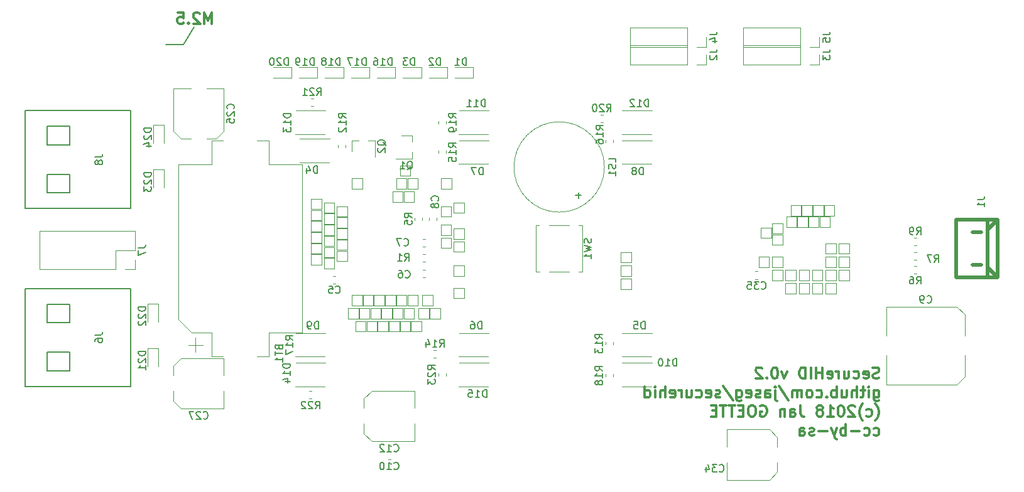
<source format=gbr>
G04 #@! TF.GenerationSoftware,KiCad,Pcbnew,(5.0.1)*
G04 #@! TF.CreationDate,2018-11-29T17:22:57+09:00*
G04 #@! TF.ProjectId,securehid,7365637572656869642E6B696361645F,rev?*
G04 #@! TF.SameCoordinates,Original*
G04 #@! TF.FileFunction,Legend,Bot*
G04 #@! TF.FilePolarity,Positive*
%FSLAX46Y46*%
G04 Gerber Fmt 4.6, Leading zero omitted, Abs format (unit mm)*
G04 Created by KiCad (PCBNEW (5.0.1)) date Thu Nov 29 17:22:57 2018*
%MOMM*%
%LPD*%
G01*
G04 APERTURE LIST*
%ADD10C,0.300000*%
%ADD11C,0.200000*%
%ADD12C,0.500000*%
%ADD13C,0.120000*%
%ADD14C,0.150000*%
G04 APERTURE END LIST*
D10*
X149119285Y-98482142D02*
X148905000Y-98553571D01*
X148547857Y-98553571D01*
X148405000Y-98482142D01*
X148333571Y-98410714D01*
X148262142Y-98267857D01*
X148262142Y-98125000D01*
X148333571Y-97982142D01*
X148405000Y-97910714D01*
X148547857Y-97839285D01*
X148833571Y-97767857D01*
X148976428Y-97696428D01*
X149047857Y-97625000D01*
X149119285Y-97482142D01*
X149119285Y-97339285D01*
X149047857Y-97196428D01*
X148976428Y-97125000D01*
X148833571Y-97053571D01*
X148476428Y-97053571D01*
X148262142Y-97125000D01*
X147047857Y-98482142D02*
X147190714Y-98553571D01*
X147476428Y-98553571D01*
X147619285Y-98482142D01*
X147690714Y-98339285D01*
X147690714Y-97767857D01*
X147619285Y-97625000D01*
X147476428Y-97553571D01*
X147190714Y-97553571D01*
X147047857Y-97625000D01*
X146976428Y-97767857D01*
X146976428Y-97910714D01*
X147690714Y-98053571D01*
X145690714Y-98482142D02*
X145833571Y-98553571D01*
X146119285Y-98553571D01*
X146262142Y-98482142D01*
X146333571Y-98410714D01*
X146405000Y-98267857D01*
X146405000Y-97839285D01*
X146333571Y-97696428D01*
X146262142Y-97625000D01*
X146119285Y-97553571D01*
X145833571Y-97553571D01*
X145690714Y-97625000D01*
X144405000Y-97553571D02*
X144405000Y-98553571D01*
X145047857Y-97553571D02*
X145047857Y-98339285D01*
X144976428Y-98482142D01*
X144833571Y-98553571D01*
X144619285Y-98553571D01*
X144476428Y-98482142D01*
X144405000Y-98410714D01*
X143690714Y-98553571D02*
X143690714Y-97553571D01*
X143690714Y-97839285D02*
X143619285Y-97696428D01*
X143547857Y-97625000D01*
X143405000Y-97553571D01*
X143262142Y-97553571D01*
X142190714Y-98482142D02*
X142333571Y-98553571D01*
X142619285Y-98553571D01*
X142762142Y-98482142D01*
X142833571Y-98339285D01*
X142833571Y-97767857D01*
X142762142Y-97625000D01*
X142619285Y-97553571D01*
X142333571Y-97553571D01*
X142190714Y-97625000D01*
X142119285Y-97767857D01*
X142119285Y-97910714D01*
X142833571Y-98053571D01*
X141476428Y-98553571D02*
X141476428Y-97053571D01*
X141476428Y-97767857D02*
X140619285Y-97767857D01*
X140619285Y-98553571D02*
X140619285Y-97053571D01*
X139905000Y-98553571D02*
X139905000Y-97053571D01*
X139190714Y-98553571D02*
X139190714Y-97053571D01*
X138833571Y-97053571D01*
X138619285Y-97125000D01*
X138476428Y-97267857D01*
X138405000Y-97410714D01*
X138333571Y-97696428D01*
X138333571Y-97910714D01*
X138405000Y-98196428D01*
X138476428Y-98339285D01*
X138619285Y-98482142D01*
X138833571Y-98553571D01*
X139190714Y-98553571D01*
X136690714Y-97553571D02*
X136333571Y-98553571D01*
X135976428Y-97553571D01*
X135119285Y-97053571D02*
X134976428Y-97053571D01*
X134833571Y-97125000D01*
X134762142Y-97196428D01*
X134690714Y-97339285D01*
X134619285Y-97625000D01*
X134619285Y-97982142D01*
X134690714Y-98267857D01*
X134762142Y-98410714D01*
X134833571Y-98482142D01*
X134976428Y-98553571D01*
X135119285Y-98553571D01*
X135262142Y-98482142D01*
X135333571Y-98410714D01*
X135405000Y-98267857D01*
X135476428Y-97982142D01*
X135476428Y-97625000D01*
X135405000Y-97339285D01*
X135333571Y-97196428D01*
X135262142Y-97125000D01*
X135119285Y-97053571D01*
X133976428Y-98410714D02*
X133905000Y-98482142D01*
X133976428Y-98553571D01*
X134047857Y-98482142D01*
X133976428Y-98410714D01*
X133976428Y-98553571D01*
X133333571Y-97196428D02*
X133262142Y-97125000D01*
X133119285Y-97053571D01*
X132762142Y-97053571D01*
X132619285Y-97125000D01*
X132547857Y-97196428D01*
X132476428Y-97339285D01*
X132476428Y-97482142D01*
X132547857Y-97696428D01*
X133405000Y-98553571D01*
X132476428Y-98553571D01*
X148405000Y-100103571D02*
X148405000Y-101317857D01*
X148476428Y-101460714D01*
X148547857Y-101532142D01*
X148690714Y-101603571D01*
X148905000Y-101603571D01*
X149047857Y-101532142D01*
X148405000Y-101032142D02*
X148547857Y-101103571D01*
X148833571Y-101103571D01*
X148976428Y-101032142D01*
X149047857Y-100960714D01*
X149119285Y-100817857D01*
X149119285Y-100389285D01*
X149047857Y-100246428D01*
X148976428Y-100175000D01*
X148833571Y-100103571D01*
X148547857Y-100103571D01*
X148405000Y-100175000D01*
X147690714Y-101103571D02*
X147690714Y-100103571D01*
X147690714Y-99603571D02*
X147762142Y-99675000D01*
X147690714Y-99746428D01*
X147619285Y-99675000D01*
X147690714Y-99603571D01*
X147690714Y-99746428D01*
X147190714Y-100103571D02*
X146619285Y-100103571D01*
X146976428Y-99603571D02*
X146976428Y-100889285D01*
X146905000Y-101032142D01*
X146762142Y-101103571D01*
X146619285Y-101103571D01*
X146119285Y-101103571D02*
X146119285Y-99603571D01*
X145476428Y-101103571D02*
X145476428Y-100317857D01*
X145547857Y-100175000D01*
X145690714Y-100103571D01*
X145905000Y-100103571D01*
X146047857Y-100175000D01*
X146119285Y-100246428D01*
X144119285Y-100103571D02*
X144119285Y-101103571D01*
X144762142Y-100103571D02*
X144762142Y-100889285D01*
X144690714Y-101032142D01*
X144547857Y-101103571D01*
X144333571Y-101103571D01*
X144190714Y-101032142D01*
X144119285Y-100960714D01*
X143405000Y-101103571D02*
X143405000Y-99603571D01*
X143405000Y-100175000D02*
X143262142Y-100103571D01*
X142976428Y-100103571D01*
X142833571Y-100175000D01*
X142762142Y-100246428D01*
X142690714Y-100389285D01*
X142690714Y-100817857D01*
X142762142Y-100960714D01*
X142833571Y-101032142D01*
X142976428Y-101103571D01*
X143262142Y-101103571D01*
X143405000Y-101032142D01*
X142047857Y-100960714D02*
X141976428Y-101032142D01*
X142047857Y-101103571D01*
X142119285Y-101032142D01*
X142047857Y-100960714D01*
X142047857Y-101103571D01*
X140690714Y-101032142D02*
X140833571Y-101103571D01*
X141119285Y-101103571D01*
X141262142Y-101032142D01*
X141333571Y-100960714D01*
X141405000Y-100817857D01*
X141405000Y-100389285D01*
X141333571Y-100246428D01*
X141262142Y-100175000D01*
X141119285Y-100103571D01*
X140833571Y-100103571D01*
X140690714Y-100175000D01*
X139833571Y-101103571D02*
X139976428Y-101032142D01*
X140047857Y-100960714D01*
X140119285Y-100817857D01*
X140119285Y-100389285D01*
X140047857Y-100246428D01*
X139976428Y-100175000D01*
X139833571Y-100103571D01*
X139619285Y-100103571D01*
X139476428Y-100175000D01*
X139405000Y-100246428D01*
X139333571Y-100389285D01*
X139333571Y-100817857D01*
X139405000Y-100960714D01*
X139476428Y-101032142D01*
X139619285Y-101103571D01*
X139833571Y-101103571D01*
X138690714Y-101103571D02*
X138690714Y-100103571D01*
X138690714Y-100246428D02*
X138619285Y-100175000D01*
X138476428Y-100103571D01*
X138262142Y-100103571D01*
X138119285Y-100175000D01*
X138047857Y-100317857D01*
X138047857Y-101103571D01*
X138047857Y-100317857D02*
X137976428Y-100175000D01*
X137833571Y-100103571D01*
X137619285Y-100103571D01*
X137476428Y-100175000D01*
X137405000Y-100317857D01*
X137405000Y-101103571D01*
X135619285Y-99532142D02*
X136905000Y-101460714D01*
X135119285Y-100103571D02*
X135119285Y-101389285D01*
X135190714Y-101532142D01*
X135333571Y-101603571D01*
X135405000Y-101603571D01*
X135119285Y-99603571D02*
X135190714Y-99675000D01*
X135119285Y-99746428D01*
X135047857Y-99675000D01*
X135119285Y-99603571D01*
X135119285Y-99746428D01*
X133762142Y-101103571D02*
X133762142Y-100317857D01*
X133833571Y-100175000D01*
X133976428Y-100103571D01*
X134262142Y-100103571D01*
X134405000Y-100175000D01*
X133762142Y-101032142D02*
X133905000Y-101103571D01*
X134262142Y-101103571D01*
X134405000Y-101032142D01*
X134476428Y-100889285D01*
X134476428Y-100746428D01*
X134405000Y-100603571D01*
X134262142Y-100532142D01*
X133905000Y-100532142D01*
X133762142Y-100460714D01*
X133119285Y-101032142D02*
X132976428Y-101103571D01*
X132690714Y-101103571D01*
X132547857Y-101032142D01*
X132476428Y-100889285D01*
X132476428Y-100817857D01*
X132547857Y-100675000D01*
X132690714Y-100603571D01*
X132905000Y-100603571D01*
X133047857Y-100532142D01*
X133119285Y-100389285D01*
X133119285Y-100317857D01*
X133047857Y-100175000D01*
X132905000Y-100103571D01*
X132690714Y-100103571D01*
X132547857Y-100175000D01*
X131262142Y-101032142D02*
X131405000Y-101103571D01*
X131690714Y-101103571D01*
X131833571Y-101032142D01*
X131905000Y-100889285D01*
X131905000Y-100317857D01*
X131833571Y-100175000D01*
X131690714Y-100103571D01*
X131405000Y-100103571D01*
X131262142Y-100175000D01*
X131190714Y-100317857D01*
X131190714Y-100460714D01*
X131905000Y-100603571D01*
X129905000Y-100103571D02*
X129905000Y-101317857D01*
X129976428Y-101460714D01*
X130047857Y-101532142D01*
X130190714Y-101603571D01*
X130405000Y-101603571D01*
X130547857Y-101532142D01*
X129905000Y-101032142D02*
X130047857Y-101103571D01*
X130333571Y-101103571D01*
X130476428Y-101032142D01*
X130547857Y-100960714D01*
X130619285Y-100817857D01*
X130619285Y-100389285D01*
X130547857Y-100246428D01*
X130476428Y-100175000D01*
X130333571Y-100103571D01*
X130047857Y-100103571D01*
X129905000Y-100175000D01*
X128119285Y-99532142D02*
X129405000Y-101460714D01*
X127690714Y-101032142D02*
X127547857Y-101103571D01*
X127262142Y-101103571D01*
X127119285Y-101032142D01*
X127047857Y-100889285D01*
X127047857Y-100817857D01*
X127119285Y-100675000D01*
X127262142Y-100603571D01*
X127476428Y-100603571D01*
X127619285Y-100532142D01*
X127690714Y-100389285D01*
X127690714Y-100317857D01*
X127619285Y-100175000D01*
X127476428Y-100103571D01*
X127262142Y-100103571D01*
X127119285Y-100175000D01*
X125833571Y-101032142D02*
X125976428Y-101103571D01*
X126262142Y-101103571D01*
X126405000Y-101032142D01*
X126476428Y-100889285D01*
X126476428Y-100317857D01*
X126405000Y-100175000D01*
X126262142Y-100103571D01*
X125976428Y-100103571D01*
X125833571Y-100175000D01*
X125762142Y-100317857D01*
X125762142Y-100460714D01*
X126476428Y-100603571D01*
X124476428Y-101032142D02*
X124619285Y-101103571D01*
X124905000Y-101103571D01*
X125047857Y-101032142D01*
X125119285Y-100960714D01*
X125190714Y-100817857D01*
X125190714Y-100389285D01*
X125119285Y-100246428D01*
X125047857Y-100175000D01*
X124905000Y-100103571D01*
X124619285Y-100103571D01*
X124476428Y-100175000D01*
X123190714Y-100103571D02*
X123190714Y-101103571D01*
X123833571Y-100103571D02*
X123833571Y-100889285D01*
X123762142Y-101032142D01*
X123619285Y-101103571D01*
X123405000Y-101103571D01*
X123262142Y-101032142D01*
X123190714Y-100960714D01*
X122476428Y-101103571D02*
X122476428Y-100103571D01*
X122476428Y-100389285D02*
X122405000Y-100246428D01*
X122333571Y-100175000D01*
X122190714Y-100103571D01*
X122047857Y-100103571D01*
X120976428Y-101032142D02*
X121119285Y-101103571D01*
X121405000Y-101103571D01*
X121547857Y-101032142D01*
X121619285Y-100889285D01*
X121619285Y-100317857D01*
X121547857Y-100175000D01*
X121405000Y-100103571D01*
X121119285Y-100103571D01*
X120976428Y-100175000D01*
X120905000Y-100317857D01*
X120905000Y-100460714D01*
X121619285Y-100603571D01*
X120262142Y-101103571D02*
X120262142Y-99603571D01*
X119619285Y-101103571D02*
X119619285Y-100317857D01*
X119690714Y-100175000D01*
X119833571Y-100103571D01*
X120047857Y-100103571D01*
X120190714Y-100175000D01*
X120262142Y-100246428D01*
X118905000Y-101103571D02*
X118905000Y-100103571D01*
X118905000Y-99603571D02*
X118976428Y-99675000D01*
X118905000Y-99746428D01*
X118833571Y-99675000D01*
X118905000Y-99603571D01*
X118905000Y-99746428D01*
X117547857Y-101103571D02*
X117547857Y-99603571D01*
X117547857Y-101032142D02*
X117690714Y-101103571D01*
X117976428Y-101103571D01*
X118119285Y-101032142D01*
X118190714Y-100960714D01*
X118262142Y-100817857D01*
X118262142Y-100389285D01*
X118190714Y-100246428D01*
X118119285Y-100175000D01*
X117976428Y-100103571D01*
X117690714Y-100103571D01*
X117547857Y-100175000D01*
X148619285Y-104225000D02*
X148690714Y-104153571D01*
X148833571Y-103939285D01*
X148905000Y-103796428D01*
X148976428Y-103582142D01*
X149047857Y-103225000D01*
X149047857Y-102939285D01*
X148976428Y-102582142D01*
X148905000Y-102367857D01*
X148833571Y-102225000D01*
X148690714Y-102010714D01*
X148619285Y-101939285D01*
X147405000Y-103582142D02*
X147547857Y-103653571D01*
X147833571Y-103653571D01*
X147976428Y-103582142D01*
X148047857Y-103510714D01*
X148119285Y-103367857D01*
X148119285Y-102939285D01*
X148047857Y-102796428D01*
X147976428Y-102725000D01*
X147833571Y-102653571D01*
X147547857Y-102653571D01*
X147405000Y-102725000D01*
X146905000Y-104225000D02*
X146833571Y-104153571D01*
X146690714Y-103939285D01*
X146619285Y-103796428D01*
X146547857Y-103582142D01*
X146476428Y-103225000D01*
X146476428Y-102939285D01*
X146547857Y-102582142D01*
X146619285Y-102367857D01*
X146690714Y-102225000D01*
X146833571Y-102010714D01*
X146905000Y-101939285D01*
X145833571Y-102296428D02*
X145762142Y-102225000D01*
X145619285Y-102153571D01*
X145262142Y-102153571D01*
X145119285Y-102225000D01*
X145047857Y-102296428D01*
X144976428Y-102439285D01*
X144976428Y-102582142D01*
X145047857Y-102796428D01*
X145905000Y-103653571D01*
X144976428Y-103653571D01*
X144047857Y-102153571D02*
X143905000Y-102153571D01*
X143762142Y-102225000D01*
X143690714Y-102296428D01*
X143619285Y-102439285D01*
X143547857Y-102725000D01*
X143547857Y-103082142D01*
X143619285Y-103367857D01*
X143690714Y-103510714D01*
X143762142Y-103582142D01*
X143905000Y-103653571D01*
X144047857Y-103653571D01*
X144190714Y-103582142D01*
X144262142Y-103510714D01*
X144333571Y-103367857D01*
X144405000Y-103082142D01*
X144405000Y-102725000D01*
X144333571Y-102439285D01*
X144262142Y-102296428D01*
X144190714Y-102225000D01*
X144047857Y-102153571D01*
X142119285Y-103653571D02*
X142976428Y-103653571D01*
X142547857Y-103653571D02*
X142547857Y-102153571D01*
X142690714Y-102367857D01*
X142833571Y-102510714D01*
X142976428Y-102582142D01*
X141262142Y-102796428D02*
X141405000Y-102725000D01*
X141476428Y-102653571D01*
X141547857Y-102510714D01*
X141547857Y-102439285D01*
X141476428Y-102296428D01*
X141405000Y-102225000D01*
X141262142Y-102153571D01*
X140976428Y-102153571D01*
X140833571Y-102225000D01*
X140762142Y-102296428D01*
X140690714Y-102439285D01*
X140690714Y-102510714D01*
X140762142Y-102653571D01*
X140833571Y-102725000D01*
X140976428Y-102796428D01*
X141262142Y-102796428D01*
X141405000Y-102867857D01*
X141476428Y-102939285D01*
X141547857Y-103082142D01*
X141547857Y-103367857D01*
X141476428Y-103510714D01*
X141405000Y-103582142D01*
X141262142Y-103653571D01*
X140976428Y-103653571D01*
X140833571Y-103582142D01*
X140762142Y-103510714D01*
X140690714Y-103367857D01*
X140690714Y-103082142D01*
X140762142Y-102939285D01*
X140833571Y-102867857D01*
X140976428Y-102796428D01*
X138476428Y-102153571D02*
X138476428Y-103225000D01*
X138547857Y-103439285D01*
X138690714Y-103582142D01*
X138905000Y-103653571D01*
X139047857Y-103653571D01*
X137119285Y-103653571D02*
X137119285Y-102867857D01*
X137190714Y-102725000D01*
X137333571Y-102653571D01*
X137619285Y-102653571D01*
X137762142Y-102725000D01*
X137119285Y-103582142D02*
X137262142Y-103653571D01*
X137619285Y-103653571D01*
X137762142Y-103582142D01*
X137833571Y-103439285D01*
X137833571Y-103296428D01*
X137762142Y-103153571D01*
X137619285Y-103082142D01*
X137262142Y-103082142D01*
X137119285Y-103010714D01*
X136405000Y-102653571D02*
X136405000Y-103653571D01*
X136405000Y-102796428D02*
X136333571Y-102725000D01*
X136190714Y-102653571D01*
X135976428Y-102653571D01*
X135833571Y-102725000D01*
X135762142Y-102867857D01*
X135762142Y-103653571D01*
X133119285Y-102225000D02*
X133262142Y-102153571D01*
X133476428Y-102153571D01*
X133690714Y-102225000D01*
X133833571Y-102367857D01*
X133905000Y-102510714D01*
X133976428Y-102796428D01*
X133976428Y-103010714D01*
X133905000Y-103296428D01*
X133833571Y-103439285D01*
X133690714Y-103582142D01*
X133476428Y-103653571D01*
X133333571Y-103653571D01*
X133119285Y-103582142D01*
X133047857Y-103510714D01*
X133047857Y-103010714D01*
X133333571Y-103010714D01*
X132119285Y-102153571D02*
X131833571Y-102153571D01*
X131690714Y-102225000D01*
X131547857Y-102367857D01*
X131476428Y-102653571D01*
X131476428Y-103153571D01*
X131547857Y-103439285D01*
X131690714Y-103582142D01*
X131833571Y-103653571D01*
X132119285Y-103653571D01*
X132262142Y-103582142D01*
X132405000Y-103439285D01*
X132476428Y-103153571D01*
X132476428Y-102653571D01*
X132405000Y-102367857D01*
X132262142Y-102225000D01*
X132119285Y-102153571D01*
X130833571Y-102867857D02*
X130333571Y-102867857D01*
X130119285Y-103653571D02*
X130833571Y-103653571D01*
X130833571Y-102153571D01*
X130119285Y-102153571D01*
X129690714Y-102153571D02*
X128833571Y-102153571D01*
X129262142Y-103653571D02*
X129262142Y-102153571D01*
X128547857Y-102153571D02*
X127690714Y-102153571D01*
X128119285Y-103653571D02*
X128119285Y-102153571D01*
X127190714Y-102867857D02*
X126690714Y-102867857D01*
X126476428Y-103653571D02*
X127190714Y-103653571D01*
X127190714Y-102153571D01*
X126476428Y-102153571D01*
X148405000Y-106132142D02*
X148547857Y-106203571D01*
X148833571Y-106203571D01*
X148976428Y-106132142D01*
X149047857Y-106060714D01*
X149119285Y-105917857D01*
X149119285Y-105489285D01*
X149047857Y-105346428D01*
X148976428Y-105275000D01*
X148833571Y-105203571D01*
X148547857Y-105203571D01*
X148405000Y-105275000D01*
X147119285Y-106132142D02*
X147262142Y-106203571D01*
X147547857Y-106203571D01*
X147690714Y-106132142D01*
X147762142Y-106060714D01*
X147833571Y-105917857D01*
X147833571Y-105489285D01*
X147762142Y-105346428D01*
X147690714Y-105275000D01*
X147547857Y-105203571D01*
X147262142Y-105203571D01*
X147119285Y-105275000D01*
X146476428Y-105632142D02*
X145333571Y-105632142D01*
X144619285Y-106203571D02*
X144619285Y-104703571D01*
X144619285Y-105275000D02*
X144476428Y-105203571D01*
X144190714Y-105203571D01*
X144047857Y-105275000D01*
X143976428Y-105346428D01*
X143905000Y-105489285D01*
X143905000Y-105917857D01*
X143976428Y-106060714D01*
X144047857Y-106132142D01*
X144190714Y-106203571D01*
X144476428Y-106203571D01*
X144619285Y-106132142D01*
X143405000Y-105203571D02*
X143047857Y-106203571D01*
X142690714Y-105203571D02*
X143047857Y-106203571D01*
X143190714Y-106560714D01*
X143262142Y-106632142D01*
X143405000Y-106703571D01*
X142119285Y-105632142D02*
X140976428Y-105632142D01*
X140333571Y-106132142D02*
X140190714Y-106203571D01*
X139905000Y-106203571D01*
X139762142Y-106132142D01*
X139690714Y-105989285D01*
X139690714Y-105917857D01*
X139762142Y-105775000D01*
X139905000Y-105703571D01*
X140119285Y-105703571D01*
X140262142Y-105632142D01*
X140333571Y-105489285D01*
X140333571Y-105417857D01*
X140262142Y-105275000D01*
X140119285Y-105203571D01*
X139905000Y-105203571D01*
X139762142Y-105275000D01*
X138405000Y-106203571D02*
X138405000Y-105417857D01*
X138476428Y-105275000D01*
X138619285Y-105203571D01*
X138905000Y-105203571D01*
X139047857Y-105275000D01*
X138405000Y-106132142D02*
X138547857Y-106203571D01*
X138905000Y-106203571D01*
X139047857Y-106132142D01*
X139119285Y-105989285D01*
X139119285Y-105846428D01*
X139047857Y-105703571D01*
X138905000Y-105632142D01*
X138547857Y-105632142D01*
X138405000Y-105560714D01*
D11*
X55400000Y-53500000D02*
X56800000Y-51100000D01*
X53000000Y-53500000D02*
X55300000Y-53500000D01*
D10*
X59185714Y-50678571D02*
X59185714Y-49178571D01*
X58685714Y-50250000D01*
X58185714Y-49178571D01*
X58185714Y-50678571D01*
X57542857Y-49321428D02*
X57471428Y-49250000D01*
X57328571Y-49178571D01*
X56971428Y-49178571D01*
X56828571Y-49250000D01*
X56757142Y-49321428D01*
X56685714Y-49464285D01*
X56685714Y-49607142D01*
X56757142Y-49821428D01*
X57614285Y-50678571D01*
X56685714Y-50678571D01*
X56042857Y-50535714D02*
X55971428Y-50607142D01*
X56042857Y-50678571D01*
X56114285Y-50607142D01*
X56042857Y-50535714D01*
X56042857Y-50678571D01*
X54614285Y-49178571D02*
X55328571Y-49178571D01*
X55400000Y-49892857D01*
X55328571Y-49821428D01*
X55185714Y-49750000D01*
X54828571Y-49750000D01*
X54685714Y-49821428D01*
X54614285Y-49892857D01*
X54542857Y-50035714D01*
X54542857Y-50392857D01*
X54614285Y-50535714D01*
X54685714Y-50607142D01*
X54828571Y-50678571D01*
X55185714Y-50678571D01*
X55328571Y-50607142D01*
X55400000Y-50535714D01*
D12*
G04 #@! TO.C,J1*
X162900000Y-78800000D02*
X161700000Y-78800000D01*
X162900000Y-83200000D02*
X161700000Y-83200000D01*
X165100000Y-84900000D02*
X163700000Y-83500000D01*
X165100000Y-77100000D02*
X163700000Y-78500000D01*
X163700000Y-84900000D02*
X163700000Y-77100000D01*
X165100000Y-77100000D02*
X165100000Y-84900000D01*
X159500000Y-77100000D02*
X165100000Y-77100000D01*
X159500000Y-84900000D02*
X159500000Y-77100000D01*
X165100000Y-84900000D02*
X159500000Y-84900000D01*
D13*
G04 #@! TO.C,R14*
X89421267Y-94740000D02*
X89078733Y-94740000D01*
X89421267Y-95760000D02*
X89078733Y-95760000D01*
D14*
G04 #@! TO.C,J8*
X40000000Y-67000000D02*
X37000000Y-67000000D01*
X37000000Y-64500000D02*
X40000000Y-64500000D01*
X40000000Y-64500000D02*
X40000000Y-67000000D01*
X37000000Y-67000000D02*
X37000000Y-64500000D01*
X40000000Y-71000000D02*
X40000000Y-73500000D01*
X37000000Y-71000000D02*
X40000000Y-71000000D01*
X37000000Y-73500000D02*
X37000000Y-71000000D01*
X40000000Y-73500000D02*
X37000000Y-73500000D01*
X34000000Y-75600000D02*
X34000000Y-62400000D01*
X48210000Y-62400000D02*
X34000000Y-62400000D01*
X48210000Y-75600000D02*
X34000000Y-75600000D01*
X48210000Y-75600000D02*
X48210000Y-62400000D01*
D13*
G04 #@! TO.C,C9*
X150140000Y-99360000D02*
X150140000Y-95410000D01*
X150140000Y-88840000D02*
X150140000Y-92790000D01*
X159595563Y-88840000D02*
X150140000Y-88840000D01*
X159595563Y-99360000D02*
X150140000Y-99360000D01*
X160660000Y-98295563D02*
X160660000Y-95410000D01*
X160660000Y-89904437D02*
X160660000Y-92790000D01*
X160660000Y-89904437D02*
X159595563Y-88840000D01*
X160660000Y-98295563D02*
X159595563Y-99360000D01*
G04 #@! TO.C,TP3*
X90100000Y-71550000D02*
X90100000Y-72950000D01*
X91500000Y-71550000D02*
X90100000Y-71550000D01*
X91500000Y-72950000D02*
X91500000Y-71550000D01*
X90100000Y-72950000D02*
X91500000Y-72950000D01*
G04 #@! TO.C,TP47*
X72550000Y-74300000D02*
X72550000Y-75700000D01*
X73950000Y-74300000D02*
X72550000Y-74300000D01*
X73950000Y-75700000D02*
X73950000Y-74300000D01*
X72550000Y-75700000D02*
X73950000Y-75700000D01*
G04 #@! TO.C,C5*
X75846267Y-85710000D02*
X75503733Y-85710000D01*
X75846267Y-84690000D02*
X75503733Y-84690000D01*
G04 #@! TO.C,C6*
X87971267Y-83890000D02*
X87628733Y-83890000D01*
X87971267Y-84910000D02*
X87628733Y-84910000D01*
G04 #@! TO.C,C7*
X87921267Y-79740000D02*
X87578733Y-79740000D01*
X87921267Y-80760000D02*
X87578733Y-80760000D01*
G04 #@! TO.C,C8*
X88490000Y-76828733D02*
X88490000Y-77171267D01*
X89510000Y-76828733D02*
X89510000Y-77171267D01*
G04 #@! TO.C,C10*
X82928733Y-109460000D02*
X83271267Y-109460000D01*
X82928733Y-108440000D02*
X83271267Y-108440000D01*
G04 #@! TO.C,D1*
X94410000Y-57985000D02*
X91950000Y-57985000D01*
X94410000Y-56515000D02*
X94410000Y-57985000D01*
X91950000Y-56515000D02*
X94410000Y-56515000D01*
G04 #@! TO.C,D2*
X88450000Y-56515000D02*
X90910000Y-56515000D01*
X90910000Y-56515000D02*
X90910000Y-57985000D01*
X90910000Y-57985000D02*
X88450000Y-57985000D01*
G04 #@! TO.C,D3*
X87410000Y-57985000D02*
X84950000Y-57985000D01*
X87410000Y-56515000D02*
X87410000Y-57985000D01*
X84950000Y-56515000D02*
X87410000Y-56515000D01*
G04 #@! TO.C,D4*
X71050000Y-66200000D02*
X75050000Y-66200000D01*
X71000000Y-69400000D02*
X75000000Y-69400000D01*
G04 #@! TO.C,D5*
X118450000Y-95600000D02*
X114450000Y-95600000D01*
X118500000Y-92400000D02*
X114500000Y-92400000D01*
G04 #@! TO.C,D6*
X96500000Y-92400000D02*
X92500000Y-92400000D01*
X96450000Y-95600000D02*
X92450000Y-95600000D01*
G04 #@! TO.C,D7*
X96450000Y-69600000D02*
X92450000Y-69600000D01*
X96500000Y-66400000D02*
X92500000Y-66400000D01*
G04 #@! TO.C,D8*
X118500000Y-66400000D02*
X114500000Y-66400000D01*
X118450000Y-69600000D02*
X114450000Y-69600000D01*
G04 #@! TO.C,D9*
X74500000Y-92400000D02*
X70500000Y-92400000D01*
X74450000Y-95600000D02*
X70450000Y-95600000D01*
G04 #@! TO.C,D10*
X118500000Y-96400000D02*
X114500000Y-96400000D01*
X118450000Y-99600000D02*
X114450000Y-99600000D01*
G04 #@! TO.C,D11*
X96450000Y-65600000D02*
X92450000Y-65600000D01*
X96500000Y-62400000D02*
X92500000Y-62400000D01*
G04 #@! TO.C,D12*
X118500000Y-62400000D02*
X114500000Y-62400000D01*
X118450000Y-65600000D02*
X114450000Y-65600000D01*
G04 #@! TO.C,D13*
X74500000Y-62400000D02*
X70500000Y-62400000D01*
X74450000Y-65600000D02*
X70450000Y-65600000D01*
G04 #@! TO.C,D14*
X74450000Y-99600000D02*
X70450000Y-99600000D01*
X74500000Y-96400000D02*
X70500000Y-96400000D01*
G04 #@! TO.C,D15*
X96450000Y-99600000D02*
X92450000Y-99600000D01*
X96500000Y-96400000D02*
X92500000Y-96400000D01*
G04 #@! TO.C,D16*
X81450000Y-56515000D02*
X83910000Y-56515000D01*
X83910000Y-56515000D02*
X83910000Y-57985000D01*
X83910000Y-57985000D02*
X81450000Y-57985000D01*
G04 #@! TO.C,D17*
X80410000Y-57985000D02*
X77950000Y-57985000D01*
X80410000Y-56515000D02*
X80410000Y-57985000D01*
X77950000Y-56515000D02*
X80410000Y-56515000D01*
G04 #@! TO.C,D18*
X74450000Y-56515000D02*
X76910000Y-56515000D01*
X76910000Y-56515000D02*
X76910000Y-57985000D01*
X76910000Y-57985000D02*
X74450000Y-57985000D01*
G04 #@! TO.C,D19*
X73410000Y-57985000D02*
X70950000Y-57985000D01*
X73410000Y-56515000D02*
X73410000Y-57985000D01*
X70950000Y-56515000D02*
X73410000Y-56515000D01*
G04 #@! TO.C,D20*
X67450000Y-56515000D02*
X69910000Y-56515000D01*
X69910000Y-56515000D02*
X69910000Y-57985000D01*
X69910000Y-57985000D02*
X67450000Y-57985000D01*
G04 #@! TO.C,D21*
X51985000Y-94440000D02*
X51985000Y-96900000D01*
X50515000Y-94440000D02*
X51985000Y-94440000D01*
X50515000Y-96900000D02*
X50515000Y-94440000D01*
G04 #@! TO.C,D22*
X50515000Y-90900000D02*
X50515000Y-88440000D01*
X50515000Y-88440000D02*
X51985000Y-88440000D01*
X51985000Y-88440000D02*
X51985000Y-90900000D01*
G04 #@! TO.C,D23*
X52735000Y-70340000D02*
X52735000Y-72800000D01*
X51265000Y-70340000D02*
X52735000Y-70340000D01*
X51265000Y-72800000D02*
X51265000Y-70340000D01*
G04 #@! TO.C,D24*
X51265000Y-66800000D02*
X51265000Y-64340000D01*
X51265000Y-64340000D02*
X52735000Y-64340000D01*
X52735000Y-64340000D02*
X52735000Y-66800000D01*
G04 #@! TO.C,J2*
X125830000Y-56190000D02*
X125830000Y-54860000D01*
X124500000Y-56190000D02*
X125830000Y-56190000D01*
X123230000Y-56190000D02*
X123230000Y-53530000D01*
X123230000Y-53530000D02*
X115550000Y-53530000D01*
X123230000Y-56190000D02*
X115550000Y-56190000D01*
X115550000Y-56190000D02*
X115550000Y-53530000D01*
G04 #@! TO.C,J3*
X141070000Y-56190000D02*
X141070000Y-54860000D01*
X139740000Y-56190000D02*
X141070000Y-56190000D01*
X138470000Y-56190000D02*
X138470000Y-53530000D01*
X138470000Y-53530000D02*
X130790000Y-53530000D01*
X138470000Y-56190000D02*
X130790000Y-56190000D01*
X130790000Y-56190000D02*
X130790000Y-53530000D01*
G04 #@! TO.C,J4*
X125830000Y-53830000D02*
X125830000Y-52500000D01*
X124500000Y-53830000D02*
X125830000Y-53830000D01*
X123230000Y-53830000D02*
X123230000Y-51170000D01*
X123230000Y-51170000D02*
X115550000Y-51170000D01*
X123230000Y-53830000D02*
X115550000Y-53830000D01*
X115550000Y-53830000D02*
X115550000Y-51170000D01*
G04 #@! TO.C,J5*
X130790000Y-53830000D02*
X130790000Y-51170000D01*
X138470000Y-53830000D02*
X130790000Y-53830000D01*
X138470000Y-51170000D02*
X130790000Y-51170000D01*
X138470000Y-53830000D02*
X138470000Y-51170000D01*
X139740000Y-53830000D02*
X141070000Y-53830000D01*
X141070000Y-53830000D02*
X141070000Y-52500000D01*
G04 #@! TO.C,J7*
X36010000Y-83830000D02*
X36010000Y-78630000D01*
X46230000Y-83830000D02*
X36010000Y-83830000D01*
X48830000Y-78630000D02*
X36010000Y-78630000D01*
X46230000Y-83830000D02*
X46230000Y-81230000D01*
X46230000Y-81230000D02*
X48830000Y-81230000D01*
X48830000Y-81230000D02*
X48830000Y-78630000D01*
X47500000Y-83830000D02*
X48830000Y-83830000D01*
X48830000Y-83830000D02*
X48830000Y-82500000D01*
G04 #@! TO.C,LS1*
X112100000Y-70000000D02*
G75*
G03X112100000Y-70000000I-6100000J0D01*
G01*
G04 #@! TO.C,Q1*
X86160000Y-65720000D02*
X84700000Y-65720000D01*
X86160000Y-68880000D02*
X84000000Y-68880000D01*
X86160000Y-68880000D02*
X86160000Y-67950000D01*
X86160000Y-65720000D02*
X86160000Y-66650000D01*
G04 #@! TO.C,Q2*
X78020000Y-66440000D02*
X78950000Y-66440000D01*
X81180000Y-66440000D02*
X80250000Y-66440000D01*
X81180000Y-66440000D02*
X81180000Y-68600000D01*
X78020000Y-66440000D02*
X78020000Y-67900000D01*
G04 #@! TO.C,R1*
X87921267Y-82760000D02*
X87578733Y-82760000D01*
X87921267Y-81740000D02*
X87578733Y-81740000D01*
G04 #@! TO.C,R5*
X87510000Y-77171267D02*
X87510000Y-76828733D01*
X86490000Y-77171267D02*
X86490000Y-76828733D01*
G04 #@! TO.C,R6*
X153828733Y-84410000D02*
X154171267Y-84410000D01*
X153828733Y-83390000D02*
X154171267Y-83390000D01*
G04 #@! TO.C,R7*
X153828733Y-81490000D02*
X154171267Y-81490000D01*
X153828733Y-82510000D02*
X154171267Y-82510000D01*
G04 #@! TO.C,R9*
X154171267Y-79590000D02*
X153828733Y-79590000D01*
X154171267Y-80610000D02*
X153828733Y-80610000D01*
G04 #@! TO.C,R12*
X76190000Y-67371267D02*
X76190000Y-67028733D01*
X77210000Y-67371267D02*
X77210000Y-67028733D01*
G04 #@! TO.C,R13*
X113260000Y-93921267D02*
X113260000Y-93578733D01*
X112240000Y-93921267D02*
X112240000Y-93578733D01*
G04 #@! TO.C,R15*
X89740000Y-68171267D02*
X89740000Y-67828733D01*
X90760000Y-68171267D02*
X90760000Y-67828733D01*
G04 #@! TO.C,R16*
X113260000Y-66671267D02*
X113260000Y-66328733D01*
X112240000Y-66671267D02*
X112240000Y-66328733D01*
G04 #@! TO.C,R17*
X67740000Y-94171267D02*
X67740000Y-93828733D01*
X68760000Y-94171267D02*
X68760000Y-93828733D01*
G04 #@! TO.C,R18*
X112240000Y-98296267D02*
X112240000Y-97953733D01*
X113260000Y-98296267D02*
X113260000Y-97953733D01*
G04 #@! TO.C,R19*
X90760000Y-64171267D02*
X90760000Y-63828733D01*
X89740000Y-64171267D02*
X89740000Y-63828733D01*
G04 #@! TO.C,R20*
X111921267Y-64010000D02*
X111578733Y-64010000D01*
X111921267Y-62990000D02*
X111578733Y-62990000D01*
G04 #@! TO.C,R21*
X72578733Y-60740000D02*
X72921267Y-60740000D01*
X72578733Y-61760000D02*
X72921267Y-61760000D01*
G04 #@! TO.C,R22*
X72328733Y-100240000D02*
X72671267Y-100240000D01*
X72328733Y-101260000D02*
X72671267Y-101260000D01*
G04 #@! TO.C,R23*
X89740000Y-97828733D02*
X89740000Y-98171267D01*
X90760000Y-97828733D02*
X90760000Y-98171267D01*
G04 #@! TO.C,SW1*
X103350000Y-84150000D02*
X102900000Y-84150000D01*
X102900000Y-84150000D02*
X102900000Y-77850000D01*
X102900000Y-77850000D02*
X103300000Y-77850000D01*
X104650000Y-84150000D02*
X107350000Y-84150000D01*
X107350000Y-77850000D02*
X104650000Y-77850000D01*
X109100000Y-84150000D02*
X109100000Y-77850000D01*
X109100000Y-77850000D02*
X108650000Y-77850000D01*
X108650000Y-84150000D02*
X109100000Y-84150000D01*
G04 #@! TO.C,TP1*
X90050000Y-76700000D02*
X91450000Y-76700000D01*
X91450000Y-76700000D02*
X91450000Y-75300000D01*
X91450000Y-75300000D02*
X90050000Y-75300000D01*
X90050000Y-75300000D02*
X90050000Y-76700000D01*
G04 #@! TO.C,TP2*
X91800000Y-74800000D02*
X91800000Y-76200000D01*
X93200000Y-74800000D02*
X91800000Y-74800000D01*
X93200000Y-76200000D02*
X93200000Y-74800000D01*
X91800000Y-76200000D02*
X93200000Y-76200000D01*
G04 #@! TO.C,TP4*
X134700000Y-79000000D02*
X136100000Y-79000000D01*
X136100000Y-79000000D02*
X136100000Y-77600000D01*
X136100000Y-77600000D02*
X134700000Y-77600000D01*
X134700000Y-77600000D02*
X134700000Y-79000000D01*
G04 #@! TO.C,TP5*
X74300000Y-83700000D02*
X75700000Y-83700000D01*
X75700000Y-83700000D02*
X75700000Y-82300000D01*
X75700000Y-82300000D02*
X74300000Y-82300000D01*
X74300000Y-82300000D02*
X74300000Y-83700000D01*
G04 #@! TO.C,TP6*
X133200000Y-78200000D02*
X133200000Y-79600000D01*
X134600000Y-78200000D02*
X133200000Y-78200000D01*
X134600000Y-79600000D02*
X134600000Y-78200000D01*
X133200000Y-79600000D02*
X134600000Y-79600000D01*
G04 #@! TO.C,TP7*
X134700000Y-80500000D02*
X136100000Y-80500000D01*
X136100000Y-80500000D02*
X136100000Y-79100000D01*
X136100000Y-79100000D02*
X134700000Y-79100000D01*
X134700000Y-79100000D02*
X134700000Y-80500000D01*
G04 #@! TO.C,TP8*
X138300000Y-83900000D02*
X138300000Y-85300000D01*
X139700000Y-83900000D02*
X138300000Y-83900000D01*
X139700000Y-85300000D02*
X139700000Y-83900000D01*
X138300000Y-85300000D02*
X139700000Y-85300000D01*
G04 #@! TO.C,TP9*
X134700000Y-82100000D02*
X134700000Y-83500000D01*
X136100000Y-82100000D02*
X134700000Y-82100000D01*
X136100000Y-83500000D02*
X136100000Y-82100000D01*
X134700000Y-83500000D02*
X136100000Y-83500000D01*
G04 #@! TO.C,TP10*
X140100000Y-85700000D02*
X140100000Y-87100000D01*
X141500000Y-85700000D02*
X140100000Y-85700000D01*
X141500000Y-87100000D02*
X141500000Y-85700000D01*
X140100000Y-87100000D02*
X141500000Y-87100000D01*
G04 #@! TO.C,TP11*
X132900000Y-83500000D02*
X134300000Y-83500000D01*
X134300000Y-83500000D02*
X134300000Y-82100000D01*
X134300000Y-82100000D02*
X132900000Y-82100000D01*
X132900000Y-82100000D02*
X132900000Y-83500000D01*
G04 #@! TO.C,TP12*
X140100000Y-85300000D02*
X141500000Y-85300000D01*
X141500000Y-85300000D02*
X141500000Y-83900000D01*
X141500000Y-83900000D02*
X140100000Y-83900000D01*
X140100000Y-83900000D02*
X140100000Y-85300000D01*
G04 #@! TO.C,TP13*
X140200000Y-75200000D02*
X140200000Y-76600000D01*
X141600000Y-75200000D02*
X140200000Y-75200000D01*
X141600000Y-76600000D02*
X141600000Y-75200000D01*
X140200000Y-76600000D02*
X141600000Y-76600000D01*
G04 #@! TO.C,TP14*
X77550000Y-90450000D02*
X78950000Y-90450000D01*
X78950000Y-90450000D02*
X78950000Y-89050000D01*
X78950000Y-89050000D02*
X77550000Y-89050000D01*
X77550000Y-89050000D02*
X77550000Y-90450000D01*
G04 #@! TO.C,TP15*
X139600000Y-78100000D02*
X141000000Y-78100000D01*
X141000000Y-78100000D02*
X141000000Y-76700000D01*
X141000000Y-76700000D02*
X139600000Y-76700000D01*
X139600000Y-76700000D02*
X139600000Y-78100000D01*
G04 #@! TO.C,TP16*
X134700000Y-83900000D02*
X134700000Y-85300000D01*
X136100000Y-83900000D02*
X134700000Y-83900000D01*
X136100000Y-85300000D02*
X136100000Y-83900000D01*
X134700000Y-85300000D02*
X136100000Y-85300000D01*
G04 #@! TO.C,TP17*
X138100000Y-76700000D02*
X138100000Y-78100000D01*
X139500000Y-76700000D02*
X138100000Y-76700000D01*
X139500000Y-78100000D02*
X139500000Y-76700000D01*
X138100000Y-78100000D02*
X139500000Y-78100000D01*
G04 #@! TO.C,TP18*
X136500000Y-87100000D02*
X137900000Y-87100000D01*
X137900000Y-87100000D02*
X137900000Y-85700000D01*
X137900000Y-85700000D02*
X136500000Y-85700000D01*
X136500000Y-85700000D02*
X136500000Y-87100000D01*
G04 #@! TO.C,TP19*
X87550000Y-87300000D02*
X87550000Y-88700000D01*
X88950000Y-87300000D02*
X87550000Y-87300000D01*
X88950000Y-88700000D02*
X88950000Y-87300000D01*
X87550000Y-88700000D02*
X88950000Y-88700000D01*
G04 #@! TO.C,TP20*
X84550000Y-69800000D02*
X84550000Y-71200000D01*
X85950000Y-69800000D02*
X84550000Y-69800000D01*
X85950000Y-71200000D02*
X85950000Y-69800000D01*
X84550000Y-71200000D02*
X85950000Y-71200000D01*
G04 #@! TO.C,TP21*
X141700000Y-76600000D02*
X143100000Y-76600000D01*
X143100000Y-76600000D02*
X143100000Y-75200000D01*
X143100000Y-75200000D02*
X141700000Y-75200000D01*
X141700000Y-75200000D02*
X141700000Y-76600000D01*
G04 #@! TO.C,TP22*
X136500000Y-83900000D02*
X136500000Y-85300000D01*
X137900000Y-83900000D02*
X136500000Y-83900000D01*
X137900000Y-85300000D02*
X137900000Y-83900000D01*
X136500000Y-85300000D02*
X137900000Y-85300000D01*
G04 #@! TO.C,TP23*
X88550000Y-90450000D02*
X89950000Y-90450000D01*
X89950000Y-90450000D02*
X89950000Y-89050000D01*
X89950000Y-89050000D02*
X88550000Y-89050000D01*
X88550000Y-89050000D02*
X88550000Y-90450000D01*
G04 #@! TO.C,TP24*
X84050000Y-72950000D02*
X85450000Y-72950000D01*
X85450000Y-72950000D02*
X85450000Y-71550000D01*
X85450000Y-71550000D02*
X84050000Y-71550000D01*
X84050000Y-71550000D02*
X84050000Y-72950000D01*
G04 #@! TO.C,TP25*
X138700000Y-75200000D02*
X138700000Y-76600000D01*
X140100000Y-75200000D02*
X138700000Y-75200000D01*
X140100000Y-76600000D02*
X140100000Y-75200000D01*
X138700000Y-76600000D02*
X140100000Y-76600000D01*
G04 #@! TO.C,TP26*
X138300000Y-87100000D02*
X139700000Y-87100000D01*
X139700000Y-87100000D02*
X139700000Y-85700000D01*
X139700000Y-85700000D02*
X138300000Y-85700000D01*
X138300000Y-85700000D02*
X138300000Y-87100000D01*
G04 #@! TO.C,TP27*
X91800000Y-87700000D02*
X93200000Y-87700000D01*
X93200000Y-87700000D02*
X93200000Y-86300000D01*
X93200000Y-86300000D02*
X91800000Y-86300000D01*
X91800000Y-86300000D02*
X91800000Y-87700000D01*
G04 #@! TO.C,TP28*
X83550000Y-73300000D02*
X83550000Y-74700000D01*
X84950000Y-73300000D02*
X83550000Y-73300000D01*
X84950000Y-74700000D02*
X84950000Y-73300000D01*
X83550000Y-74700000D02*
X84950000Y-74700000D01*
G04 #@! TO.C,TP29*
X136600000Y-78100000D02*
X138000000Y-78100000D01*
X138000000Y-78100000D02*
X138000000Y-76700000D01*
X138000000Y-76700000D02*
X136600000Y-76700000D01*
X136600000Y-76700000D02*
X136600000Y-78100000D01*
G04 #@! TO.C,TP30*
X143700000Y-80300000D02*
X143700000Y-81700000D01*
X145100000Y-80300000D02*
X143700000Y-80300000D01*
X145100000Y-81700000D02*
X145100000Y-80300000D01*
X143700000Y-81700000D02*
X145100000Y-81700000D01*
G04 #@! TO.C,TP31*
X83550000Y-90450000D02*
X84950000Y-90450000D01*
X84950000Y-90450000D02*
X84950000Y-89050000D01*
X84950000Y-89050000D02*
X83550000Y-89050000D01*
X83550000Y-89050000D02*
X83550000Y-90450000D01*
G04 #@! TO.C,TP32*
X137200000Y-75200000D02*
X137200000Y-76600000D01*
X138600000Y-75200000D02*
X137200000Y-75200000D01*
X138600000Y-76600000D02*
X138600000Y-75200000D01*
X137200000Y-76600000D02*
X138600000Y-76600000D01*
G04 #@! TO.C,TP33*
X84050000Y-87300000D02*
X84050000Y-88700000D01*
X85450000Y-87300000D02*
X84050000Y-87300000D01*
X85450000Y-88700000D02*
X85450000Y-87300000D01*
X84050000Y-88700000D02*
X85450000Y-88700000D01*
G04 #@! TO.C,TP34*
X141900000Y-87100000D02*
X143300000Y-87100000D01*
X143300000Y-87100000D02*
X143300000Y-85700000D01*
X143300000Y-85700000D02*
X141900000Y-85700000D01*
X141900000Y-85700000D02*
X141900000Y-87100000D01*
G04 #@! TO.C,TP35*
X84550000Y-92200000D02*
X85950000Y-92200000D01*
X85950000Y-92200000D02*
X85950000Y-90800000D01*
X85950000Y-90800000D02*
X84550000Y-90800000D01*
X84550000Y-90800000D02*
X84550000Y-92200000D01*
G04 #@! TO.C,TP36*
X141900000Y-83900000D02*
X141900000Y-85300000D01*
X143300000Y-83900000D02*
X141900000Y-83900000D01*
X143300000Y-85300000D02*
X143300000Y-83900000D01*
X141900000Y-85300000D02*
X143300000Y-85300000D01*
G04 #@! TO.C,TP37*
X85050000Y-89050000D02*
X85050000Y-90450000D01*
X86450000Y-89050000D02*
X85050000Y-89050000D01*
X86450000Y-90450000D02*
X86450000Y-89050000D01*
X85050000Y-90450000D02*
X86450000Y-90450000D01*
G04 #@! TO.C,TP38*
X143700000Y-83900000D02*
X143700000Y-85300000D01*
X145100000Y-83900000D02*
X143700000Y-83900000D01*
X145100000Y-85300000D02*
X145100000Y-83900000D01*
X143700000Y-85300000D02*
X145100000Y-85300000D01*
G04 #@! TO.C,TP39*
X85550000Y-88700000D02*
X86950000Y-88700000D01*
X86950000Y-88700000D02*
X86950000Y-87300000D01*
X86950000Y-87300000D02*
X85550000Y-87300000D01*
X85550000Y-87300000D02*
X85550000Y-88700000D01*
G04 #@! TO.C,TP40*
X141900000Y-82100000D02*
X141900000Y-83500000D01*
X143300000Y-82100000D02*
X141900000Y-82100000D01*
X143300000Y-83500000D02*
X143300000Y-82100000D01*
X141900000Y-83500000D02*
X143300000Y-83500000D01*
G04 #@! TO.C,TP41*
X86050000Y-90800000D02*
X86050000Y-92200000D01*
X87450000Y-90800000D02*
X86050000Y-90800000D01*
X87450000Y-92200000D02*
X87450000Y-90800000D01*
X86050000Y-92200000D02*
X87450000Y-92200000D01*
G04 #@! TO.C,TP42*
X143700000Y-83500000D02*
X145100000Y-83500000D01*
X145100000Y-83500000D02*
X145100000Y-82100000D01*
X145100000Y-82100000D02*
X143700000Y-82100000D01*
X143700000Y-82100000D02*
X143700000Y-83500000D01*
G04 #@! TO.C,TP43*
X87050000Y-90450000D02*
X88450000Y-90450000D01*
X88450000Y-90450000D02*
X88450000Y-89050000D01*
X88450000Y-89050000D02*
X87050000Y-89050000D01*
X87050000Y-89050000D02*
X87050000Y-90450000D01*
G04 #@! TO.C,TP44*
X141900000Y-80300000D02*
X141900000Y-81700000D01*
X143300000Y-80300000D02*
X141900000Y-80300000D01*
X143300000Y-81700000D02*
X143300000Y-80300000D01*
X141900000Y-81700000D02*
X143300000Y-81700000D01*
G04 #@! TO.C,TP45*
X141100000Y-78100000D02*
X142500000Y-78100000D01*
X142500000Y-78100000D02*
X142500000Y-76700000D01*
X142500000Y-76700000D02*
X141100000Y-76700000D01*
X141100000Y-76700000D02*
X141100000Y-78100000D01*
G04 #@! TO.C,TP46*
X78050000Y-72950000D02*
X79450000Y-72950000D01*
X79450000Y-72950000D02*
X79450000Y-71550000D01*
X79450000Y-71550000D02*
X78050000Y-71550000D01*
X78050000Y-71550000D02*
X78050000Y-72950000D01*
G04 #@! TO.C,TP48*
X74300000Y-76200000D02*
X75700000Y-76200000D01*
X75700000Y-76200000D02*
X75700000Y-74800000D01*
X75700000Y-74800000D02*
X74300000Y-74800000D01*
X74300000Y-74800000D02*
X74300000Y-76200000D01*
G04 #@! TO.C,TP49*
X76050000Y-75300000D02*
X76050000Y-76700000D01*
X77450000Y-75300000D02*
X76050000Y-75300000D01*
X77450000Y-76700000D02*
X77450000Y-75300000D01*
X76050000Y-76700000D02*
X77450000Y-76700000D01*
G04 #@! TO.C,TP50*
X72550000Y-77200000D02*
X73950000Y-77200000D01*
X73950000Y-77200000D02*
X73950000Y-75800000D01*
X73950000Y-75800000D02*
X72550000Y-75800000D01*
X72550000Y-75800000D02*
X72550000Y-77200000D01*
G04 #@! TO.C,TP51*
X79550000Y-88700000D02*
X80950000Y-88700000D01*
X80950000Y-88700000D02*
X80950000Y-87300000D01*
X80950000Y-87300000D02*
X79550000Y-87300000D01*
X79550000Y-87300000D02*
X79550000Y-88700000D01*
G04 #@! TO.C,TP52*
X91800000Y-80050000D02*
X91800000Y-81450000D01*
X93200000Y-80050000D02*
X91800000Y-80050000D01*
X93200000Y-81450000D02*
X93200000Y-80050000D01*
X91800000Y-81450000D02*
X93200000Y-81450000D01*
G04 #@! TO.C,TP53*
X80050000Y-90800000D02*
X80050000Y-92200000D01*
X81450000Y-90800000D02*
X80050000Y-90800000D01*
X81450000Y-92200000D02*
X81450000Y-90800000D01*
X80050000Y-92200000D02*
X81450000Y-92200000D01*
G04 #@! TO.C,TP54*
X90050000Y-80950000D02*
X91450000Y-80950000D01*
X91450000Y-80950000D02*
X91450000Y-79550000D01*
X91450000Y-79550000D02*
X90050000Y-79550000D01*
X90050000Y-79550000D02*
X90050000Y-80950000D01*
G04 #@! TO.C,TP55*
X80550000Y-90450000D02*
X81950000Y-90450000D01*
X81950000Y-90450000D02*
X81950000Y-89050000D01*
X81950000Y-89050000D02*
X80550000Y-89050000D01*
X80550000Y-89050000D02*
X80550000Y-90450000D01*
G04 #@! TO.C,TP56*
X91800000Y-79700000D02*
X93200000Y-79700000D01*
X93200000Y-79700000D02*
X93200000Y-78300000D01*
X93200000Y-78300000D02*
X91800000Y-78300000D01*
X91800000Y-78300000D02*
X91800000Y-79700000D01*
G04 #@! TO.C,TP57*
X81050000Y-87300000D02*
X81050000Y-88700000D01*
X82450000Y-87300000D02*
X81050000Y-87300000D01*
X82450000Y-88700000D02*
X82450000Y-87300000D01*
X81050000Y-88700000D02*
X82450000Y-88700000D01*
G04 #@! TO.C,TP58*
X90050000Y-77800000D02*
X90050000Y-79200000D01*
X91450000Y-77800000D02*
X90050000Y-77800000D01*
X91450000Y-79200000D02*
X91450000Y-77800000D01*
X90050000Y-79200000D02*
X91450000Y-79200000D01*
G04 #@! TO.C,TP59*
X81550000Y-92200000D02*
X82950000Y-92200000D01*
X82950000Y-92200000D02*
X82950000Y-90800000D01*
X82950000Y-90800000D02*
X81550000Y-90800000D01*
X81550000Y-90800000D02*
X81550000Y-92200000D01*
G04 #@! TO.C,TP60*
X85550000Y-71550000D02*
X85550000Y-72950000D01*
X86950000Y-71550000D02*
X85550000Y-71550000D01*
X86950000Y-72950000D02*
X86950000Y-71550000D01*
X85550000Y-72950000D02*
X86950000Y-72950000D01*
G04 #@! TO.C,TP61*
X82050000Y-90450000D02*
X83450000Y-90450000D01*
X83450000Y-90450000D02*
X83450000Y-89050000D01*
X83450000Y-89050000D02*
X82050000Y-89050000D01*
X82050000Y-89050000D02*
X82050000Y-90450000D01*
G04 #@! TO.C,TP62*
X85050000Y-74700000D02*
X86450000Y-74700000D01*
X86450000Y-74700000D02*
X86450000Y-73300000D01*
X86450000Y-73300000D02*
X85050000Y-73300000D01*
X85050000Y-73300000D02*
X85050000Y-74700000D01*
G04 #@! TO.C,TP63*
X82550000Y-87300000D02*
X82550000Y-88700000D01*
X83950000Y-87300000D02*
X82550000Y-87300000D01*
X83950000Y-88700000D02*
X83950000Y-87300000D01*
X82550000Y-88700000D02*
X83950000Y-88700000D01*
G04 #@! TO.C,TP64*
X72550000Y-80300000D02*
X72550000Y-81700000D01*
X73950000Y-80300000D02*
X72550000Y-80300000D01*
X73950000Y-81700000D02*
X73950000Y-80300000D01*
X72550000Y-81700000D02*
X73950000Y-81700000D01*
G04 #@! TO.C,TP65*
X83050000Y-92200000D02*
X84450000Y-92200000D01*
X84450000Y-92200000D02*
X84450000Y-90800000D01*
X84450000Y-90800000D02*
X83050000Y-90800000D01*
X83050000Y-90800000D02*
X83050000Y-92200000D01*
G04 #@! TO.C,TP66*
X74300000Y-82200000D02*
X75700000Y-82200000D01*
X75700000Y-82200000D02*
X75700000Y-80800000D01*
X75700000Y-80800000D02*
X74300000Y-80800000D01*
X74300000Y-80800000D02*
X74300000Y-82200000D01*
G04 #@! TO.C,TP67*
X74300000Y-76300000D02*
X74300000Y-77700000D01*
X75700000Y-76300000D02*
X74300000Y-76300000D01*
X75700000Y-77700000D02*
X75700000Y-76300000D01*
X74300000Y-77700000D02*
X75700000Y-77700000D01*
G04 #@! TO.C,TP68*
X76050000Y-81300000D02*
X76050000Y-82700000D01*
X77450000Y-81300000D02*
X76050000Y-81300000D01*
X77450000Y-82700000D02*
X77450000Y-81300000D01*
X76050000Y-82700000D02*
X77450000Y-82700000D01*
G04 #@! TO.C,TP69*
X76050000Y-76800000D02*
X76050000Y-78200000D01*
X77450000Y-76800000D02*
X76050000Y-76800000D01*
X77450000Y-78200000D02*
X77450000Y-76800000D01*
X76050000Y-78200000D02*
X77450000Y-78200000D01*
G04 #@! TO.C,TP70*
X72550000Y-81800000D02*
X72550000Y-83200000D01*
X73950000Y-81800000D02*
X72550000Y-81800000D01*
X73950000Y-83200000D02*
X73950000Y-81800000D01*
X72550000Y-83200000D02*
X73950000Y-83200000D01*
G04 #@! TO.C,TP71*
X72550000Y-78700000D02*
X73950000Y-78700000D01*
X73950000Y-78700000D02*
X73950000Y-77300000D01*
X73950000Y-77300000D02*
X72550000Y-77300000D01*
X72550000Y-77300000D02*
X72550000Y-78700000D01*
G04 #@! TO.C,TP72*
X78050000Y-87300000D02*
X78050000Y-88700000D01*
X79450000Y-87300000D02*
X78050000Y-87300000D01*
X79450000Y-88700000D02*
X79450000Y-87300000D01*
X78050000Y-88700000D02*
X79450000Y-88700000D01*
G04 #@! TO.C,TP73*
X74300000Y-77800000D02*
X74300000Y-79200000D01*
X75700000Y-77800000D02*
X74300000Y-77800000D01*
X75700000Y-79200000D02*
X75700000Y-77800000D01*
X74300000Y-79200000D02*
X75700000Y-79200000D01*
G04 #@! TO.C,TP74*
X78550000Y-92200000D02*
X79950000Y-92200000D01*
X79950000Y-92200000D02*
X79950000Y-90800000D01*
X79950000Y-90800000D02*
X78550000Y-90800000D01*
X78550000Y-90800000D02*
X78550000Y-92200000D01*
G04 #@! TO.C,TP75*
X76050000Y-78300000D02*
X76050000Y-79700000D01*
X77450000Y-78300000D02*
X76050000Y-78300000D01*
X77450000Y-79700000D02*
X77450000Y-78300000D01*
X76050000Y-79700000D02*
X77450000Y-79700000D01*
G04 #@! TO.C,TP76*
X79050000Y-90450000D02*
X80450000Y-90450000D01*
X80450000Y-90450000D02*
X80450000Y-89050000D01*
X80450000Y-89050000D02*
X79050000Y-89050000D01*
X79050000Y-89050000D02*
X79050000Y-90450000D01*
G04 #@! TO.C,TP77*
X72550000Y-78800000D02*
X72550000Y-80200000D01*
X73950000Y-78800000D02*
X72550000Y-78800000D01*
X73950000Y-80200000D02*
X73950000Y-78800000D01*
X72550000Y-80200000D02*
X73950000Y-80200000D01*
G04 #@! TO.C,TP78*
X91800000Y-84700000D02*
X93200000Y-84700000D01*
X93200000Y-84700000D02*
X93200000Y-83300000D01*
X93200000Y-83300000D02*
X91800000Y-83300000D01*
X91800000Y-83300000D02*
X91800000Y-84700000D01*
G04 #@! TO.C,TP79*
X74300000Y-79300000D02*
X74300000Y-80700000D01*
X75700000Y-79300000D02*
X74300000Y-79300000D01*
X75700000Y-80700000D02*
X75700000Y-79300000D01*
X74300000Y-80700000D02*
X75700000Y-80700000D01*
G04 #@! TO.C,TP80*
X76050000Y-81200000D02*
X77450000Y-81200000D01*
X77450000Y-81200000D02*
X77450000Y-79800000D01*
X77450000Y-79800000D02*
X76050000Y-79800000D01*
X76050000Y-79800000D02*
X76050000Y-81200000D01*
D14*
G04 #@! TO.C,J6*
X48210000Y-99600000D02*
X48210000Y-86400000D01*
X48210000Y-99600000D02*
X34000000Y-99600000D01*
X48210000Y-86400000D02*
X34000000Y-86400000D01*
X34000000Y-99600000D02*
X34000000Y-86400000D01*
X40000000Y-97500000D02*
X37000000Y-97500000D01*
X37000000Y-97500000D02*
X37000000Y-95000000D01*
X37000000Y-95000000D02*
X40000000Y-95000000D01*
X40000000Y-95000000D02*
X40000000Y-97500000D01*
X37000000Y-91000000D02*
X37000000Y-88500000D01*
X40000000Y-88500000D02*
X40000000Y-91000000D01*
X37000000Y-88500000D02*
X40000000Y-88500000D01*
X40000000Y-91000000D02*
X37000000Y-91000000D01*
D13*
G04 #@! TO.C,C12*
X86510000Y-100190000D02*
X86510000Y-102540000D01*
X86510000Y-107010000D02*
X86510000Y-104660000D01*
X80754437Y-107010000D02*
X86510000Y-107010000D01*
X80754437Y-100190000D02*
X86510000Y-100190000D01*
X79690000Y-101254437D02*
X79690000Y-102540000D01*
X79690000Y-105945563D02*
X79690000Y-104660000D01*
X79690000Y-105945563D02*
X80754437Y-107010000D01*
X79690000Y-101254437D02*
X80754437Y-100190000D01*
G04 #@! TO.C,C25*
X55054437Y-66210000D02*
X53990000Y-65145563D01*
X59745563Y-66210000D02*
X60810000Y-65145563D01*
X59745563Y-66210000D02*
X58460000Y-66210000D01*
X55054437Y-66210000D02*
X56340000Y-66210000D01*
X53990000Y-65145563D02*
X53990000Y-59390000D01*
X60810000Y-65145563D02*
X60810000Y-59390000D01*
X60810000Y-59390000D02*
X58460000Y-59390000D01*
X53990000Y-59390000D02*
X56340000Y-59390000D01*
G04 #@! TO.C,C27*
X60810000Y-95790000D02*
X60810000Y-98140000D01*
X60810000Y-102610000D02*
X60810000Y-100260000D01*
X55054437Y-102610000D02*
X60810000Y-102610000D01*
X55054437Y-95790000D02*
X60810000Y-95790000D01*
X53990000Y-96854437D02*
X53990000Y-98140000D01*
X53990000Y-101545563D02*
X53990000Y-100260000D01*
X53990000Y-101545563D02*
X55054437Y-102610000D01*
X53990000Y-96854437D02*
X55054437Y-95790000D01*
G04 #@! TO.C,C34*
X128590000Y-112210000D02*
X128590000Y-109860000D01*
X128590000Y-105390000D02*
X128590000Y-107740000D01*
X134345563Y-105390000D02*
X128590000Y-105390000D01*
X134345563Y-112210000D02*
X128590000Y-112210000D01*
X135410000Y-111145563D02*
X135410000Y-109860000D01*
X135410000Y-106454437D02*
X135410000Y-107740000D01*
X135410000Y-106454437D02*
X134345563Y-105390000D01*
X135410000Y-111145563D02*
X134345563Y-112210000D01*
G04 #@! TO.C,C35*
X132428733Y-84090000D02*
X132771267Y-84090000D01*
X132428733Y-85110000D02*
X132771267Y-85110000D01*
G04 #@! TO.C,TP81*
X114300000Y-82900000D02*
X115700000Y-82900000D01*
X115700000Y-82900000D02*
X115700000Y-81500000D01*
X115700000Y-81500000D02*
X114300000Y-81500000D01*
X114300000Y-81500000D02*
X114300000Y-82900000D01*
G04 #@! TO.C,TP82*
X114300000Y-85100000D02*
X114300000Y-86500000D01*
X115700000Y-85100000D02*
X114300000Y-85100000D01*
X115700000Y-86500000D02*
X115700000Y-85100000D01*
X114300000Y-86500000D02*
X115700000Y-86500000D01*
G04 #@! TO.C,TP83*
X114300000Y-84700000D02*
X115700000Y-84700000D01*
X115700000Y-84700000D02*
X115700000Y-83300000D01*
X115700000Y-83300000D02*
X114300000Y-83300000D01*
X114300000Y-83300000D02*
X114300000Y-84700000D01*
G04 #@! TO.C,BT1*
X59150000Y-69650000D02*
X59150000Y-66450000D01*
X59150000Y-66450000D02*
X60700000Y-66450000D01*
X54650000Y-69650000D02*
X59150000Y-69650000D01*
X54650000Y-69650000D02*
X54650000Y-90550000D01*
X56450000Y-92350000D02*
X59150000Y-92350000D01*
X54650000Y-90550000D02*
X56450000Y-92350000D01*
X59150000Y-92350000D02*
X59150000Y-95550000D01*
X59150000Y-95550000D02*
X60700000Y-95550000D01*
X66850000Y-92350000D02*
X66850000Y-95550000D01*
X66850000Y-95550000D02*
X65300000Y-95550000D01*
X66850000Y-69650000D02*
X66850000Y-66450000D01*
X66850000Y-66450000D02*
X65300000Y-66450000D01*
X71350000Y-92350000D02*
X71350000Y-69650000D01*
X71350000Y-92350000D02*
X66850000Y-92350000D01*
X71350000Y-69650000D02*
X66850000Y-69650000D01*
X58000000Y-94000000D02*
X56000000Y-94000000D01*
X57000000Y-93000000D02*
X57000000Y-95000000D01*
G04 #@! TO.C,J1*
D14*
X162352380Y-74366666D02*
X163066666Y-74366666D01*
X163209523Y-74319047D01*
X163304761Y-74223809D01*
X163352380Y-74080952D01*
X163352380Y-73985714D01*
X163352380Y-75366666D02*
X163352380Y-74795238D01*
X163352380Y-75080952D02*
X162352380Y-75080952D01*
X162495238Y-74985714D01*
X162590476Y-74890476D01*
X162638095Y-74795238D01*
G04 #@! TO.C,R14*
X89892857Y-94272380D02*
X90226190Y-93796190D01*
X90464285Y-94272380D02*
X90464285Y-93272380D01*
X90083333Y-93272380D01*
X89988095Y-93320000D01*
X89940476Y-93367619D01*
X89892857Y-93462857D01*
X89892857Y-93605714D01*
X89940476Y-93700952D01*
X89988095Y-93748571D01*
X90083333Y-93796190D01*
X90464285Y-93796190D01*
X88940476Y-94272380D02*
X89511904Y-94272380D01*
X89226190Y-94272380D02*
X89226190Y-93272380D01*
X89321428Y-93415238D01*
X89416666Y-93510476D01*
X89511904Y-93558095D01*
X88083333Y-93605714D02*
X88083333Y-94272380D01*
X88321428Y-93224761D02*
X88559523Y-93939047D01*
X87940476Y-93939047D01*
G04 #@! TO.C,J8*
X43452380Y-68666666D02*
X44166666Y-68666666D01*
X44309523Y-68619047D01*
X44404761Y-68523809D01*
X44452380Y-68380952D01*
X44452380Y-68285714D01*
X43880952Y-69285714D02*
X43833333Y-69190476D01*
X43785714Y-69142857D01*
X43690476Y-69095238D01*
X43642857Y-69095238D01*
X43547619Y-69142857D01*
X43500000Y-69190476D01*
X43452380Y-69285714D01*
X43452380Y-69476190D01*
X43500000Y-69571428D01*
X43547619Y-69619047D01*
X43642857Y-69666666D01*
X43690476Y-69666666D01*
X43785714Y-69619047D01*
X43833333Y-69571428D01*
X43880952Y-69476190D01*
X43880952Y-69285714D01*
X43928571Y-69190476D01*
X43976190Y-69142857D01*
X44071428Y-69095238D01*
X44261904Y-69095238D01*
X44357142Y-69142857D01*
X44404761Y-69190476D01*
X44452380Y-69285714D01*
X44452380Y-69476190D01*
X44404761Y-69571428D01*
X44357142Y-69619047D01*
X44261904Y-69666666D01*
X44071428Y-69666666D01*
X43976190Y-69619047D01*
X43928571Y-69571428D01*
X43880952Y-69476190D01*
G04 #@! TO.C,C9*
X155566666Y-88257142D02*
X155614285Y-88304761D01*
X155757142Y-88352380D01*
X155852380Y-88352380D01*
X155995238Y-88304761D01*
X156090476Y-88209523D01*
X156138095Y-88114285D01*
X156185714Y-87923809D01*
X156185714Y-87780952D01*
X156138095Y-87590476D01*
X156090476Y-87495238D01*
X155995238Y-87400000D01*
X155852380Y-87352380D01*
X155757142Y-87352380D01*
X155614285Y-87400000D01*
X155566666Y-87447619D01*
X155090476Y-88352380D02*
X154900000Y-88352380D01*
X154804761Y-88304761D01*
X154757142Y-88257142D01*
X154661904Y-88114285D01*
X154614285Y-87923809D01*
X154614285Y-87542857D01*
X154661904Y-87447619D01*
X154709523Y-87400000D01*
X154804761Y-87352380D01*
X154995238Y-87352380D01*
X155090476Y-87400000D01*
X155138095Y-87447619D01*
X155185714Y-87542857D01*
X155185714Y-87780952D01*
X155138095Y-87876190D01*
X155090476Y-87923809D01*
X154995238Y-87971428D01*
X154804761Y-87971428D01*
X154709523Y-87923809D01*
X154661904Y-87876190D01*
X154614285Y-87780952D01*
G04 #@! TO.C,C5*
X75866666Y-86957142D02*
X75914285Y-87004761D01*
X76057142Y-87052380D01*
X76152380Y-87052380D01*
X76295238Y-87004761D01*
X76390476Y-86909523D01*
X76438095Y-86814285D01*
X76485714Y-86623809D01*
X76485714Y-86480952D01*
X76438095Y-86290476D01*
X76390476Y-86195238D01*
X76295238Y-86100000D01*
X76152380Y-86052380D01*
X76057142Y-86052380D01*
X75914285Y-86100000D01*
X75866666Y-86147619D01*
X74961904Y-86052380D02*
X75438095Y-86052380D01*
X75485714Y-86528571D01*
X75438095Y-86480952D01*
X75342857Y-86433333D01*
X75104761Y-86433333D01*
X75009523Y-86480952D01*
X74961904Y-86528571D01*
X74914285Y-86623809D01*
X74914285Y-86861904D01*
X74961904Y-86957142D01*
X75009523Y-87004761D01*
X75104761Y-87052380D01*
X75342857Y-87052380D01*
X75438095Y-87004761D01*
X75485714Y-86957142D01*
G04 #@! TO.C,C6*
X85266666Y-84857142D02*
X85314285Y-84904761D01*
X85457142Y-84952380D01*
X85552380Y-84952380D01*
X85695238Y-84904761D01*
X85790476Y-84809523D01*
X85838095Y-84714285D01*
X85885714Y-84523809D01*
X85885714Y-84380952D01*
X85838095Y-84190476D01*
X85790476Y-84095238D01*
X85695238Y-84000000D01*
X85552380Y-83952380D01*
X85457142Y-83952380D01*
X85314285Y-84000000D01*
X85266666Y-84047619D01*
X84409523Y-83952380D02*
X84600000Y-83952380D01*
X84695238Y-84000000D01*
X84742857Y-84047619D01*
X84838095Y-84190476D01*
X84885714Y-84380952D01*
X84885714Y-84761904D01*
X84838095Y-84857142D01*
X84790476Y-84904761D01*
X84695238Y-84952380D01*
X84504761Y-84952380D01*
X84409523Y-84904761D01*
X84361904Y-84857142D01*
X84314285Y-84761904D01*
X84314285Y-84523809D01*
X84361904Y-84428571D01*
X84409523Y-84380952D01*
X84504761Y-84333333D01*
X84695238Y-84333333D01*
X84790476Y-84380952D01*
X84838095Y-84428571D01*
X84885714Y-84523809D01*
G04 #@! TO.C,C7*
X85066666Y-80557142D02*
X85114285Y-80604761D01*
X85257142Y-80652380D01*
X85352380Y-80652380D01*
X85495238Y-80604761D01*
X85590476Y-80509523D01*
X85638095Y-80414285D01*
X85685714Y-80223809D01*
X85685714Y-80080952D01*
X85638095Y-79890476D01*
X85590476Y-79795238D01*
X85495238Y-79700000D01*
X85352380Y-79652380D01*
X85257142Y-79652380D01*
X85114285Y-79700000D01*
X85066666Y-79747619D01*
X84733333Y-79652380D02*
X84066666Y-79652380D01*
X84495238Y-80652380D01*
G04 #@! TO.C,C8*
X89657142Y-74533333D02*
X89704761Y-74485714D01*
X89752380Y-74342857D01*
X89752380Y-74247619D01*
X89704761Y-74104761D01*
X89609523Y-74009523D01*
X89514285Y-73961904D01*
X89323809Y-73914285D01*
X89180952Y-73914285D01*
X88990476Y-73961904D01*
X88895238Y-74009523D01*
X88800000Y-74104761D01*
X88752380Y-74247619D01*
X88752380Y-74342857D01*
X88800000Y-74485714D01*
X88847619Y-74533333D01*
X89180952Y-75104761D02*
X89133333Y-75009523D01*
X89085714Y-74961904D01*
X88990476Y-74914285D01*
X88942857Y-74914285D01*
X88847619Y-74961904D01*
X88800000Y-75009523D01*
X88752380Y-75104761D01*
X88752380Y-75295238D01*
X88800000Y-75390476D01*
X88847619Y-75438095D01*
X88942857Y-75485714D01*
X88990476Y-75485714D01*
X89085714Y-75438095D01*
X89133333Y-75390476D01*
X89180952Y-75295238D01*
X89180952Y-75104761D01*
X89228571Y-75009523D01*
X89276190Y-74961904D01*
X89371428Y-74914285D01*
X89561904Y-74914285D01*
X89657142Y-74961904D01*
X89704761Y-75009523D01*
X89752380Y-75104761D01*
X89752380Y-75295238D01*
X89704761Y-75390476D01*
X89657142Y-75438095D01*
X89561904Y-75485714D01*
X89371428Y-75485714D01*
X89276190Y-75438095D01*
X89228571Y-75390476D01*
X89180952Y-75295238D01*
G04 #@! TO.C,C10*
X83742857Y-110737142D02*
X83790476Y-110784761D01*
X83933333Y-110832380D01*
X84028571Y-110832380D01*
X84171428Y-110784761D01*
X84266666Y-110689523D01*
X84314285Y-110594285D01*
X84361904Y-110403809D01*
X84361904Y-110260952D01*
X84314285Y-110070476D01*
X84266666Y-109975238D01*
X84171428Y-109880000D01*
X84028571Y-109832380D01*
X83933333Y-109832380D01*
X83790476Y-109880000D01*
X83742857Y-109927619D01*
X82790476Y-110832380D02*
X83361904Y-110832380D01*
X83076190Y-110832380D02*
X83076190Y-109832380D01*
X83171428Y-109975238D01*
X83266666Y-110070476D01*
X83361904Y-110118095D01*
X82171428Y-109832380D02*
X82076190Y-109832380D01*
X81980952Y-109880000D01*
X81933333Y-109927619D01*
X81885714Y-110022857D01*
X81838095Y-110213333D01*
X81838095Y-110451428D01*
X81885714Y-110641904D01*
X81933333Y-110737142D01*
X81980952Y-110784761D01*
X82076190Y-110832380D01*
X82171428Y-110832380D01*
X82266666Y-110784761D01*
X82314285Y-110737142D01*
X82361904Y-110641904D01*
X82409523Y-110451428D01*
X82409523Y-110213333D01*
X82361904Y-110022857D01*
X82314285Y-109927619D01*
X82266666Y-109880000D01*
X82171428Y-109832380D01*
G04 #@! TO.C,D1*
X93488095Y-56272380D02*
X93488095Y-55272380D01*
X93250000Y-55272380D01*
X93107142Y-55320000D01*
X93011904Y-55415238D01*
X92964285Y-55510476D01*
X92916666Y-55700952D01*
X92916666Y-55843809D01*
X92964285Y-56034285D01*
X93011904Y-56129523D01*
X93107142Y-56224761D01*
X93250000Y-56272380D01*
X93488095Y-56272380D01*
X91964285Y-56272380D02*
X92535714Y-56272380D01*
X92250000Y-56272380D02*
X92250000Y-55272380D01*
X92345238Y-55415238D01*
X92440476Y-55510476D01*
X92535714Y-55558095D01*
G04 #@! TO.C,D2*
X89988095Y-56272380D02*
X89988095Y-55272380D01*
X89750000Y-55272380D01*
X89607142Y-55320000D01*
X89511904Y-55415238D01*
X89464285Y-55510476D01*
X89416666Y-55700952D01*
X89416666Y-55843809D01*
X89464285Y-56034285D01*
X89511904Y-56129523D01*
X89607142Y-56224761D01*
X89750000Y-56272380D01*
X89988095Y-56272380D01*
X89035714Y-55367619D02*
X88988095Y-55320000D01*
X88892857Y-55272380D01*
X88654761Y-55272380D01*
X88559523Y-55320000D01*
X88511904Y-55367619D01*
X88464285Y-55462857D01*
X88464285Y-55558095D01*
X88511904Y-55700952D01*
X89083333Y-56272380D01*
X88464285Y-56272380D01*
G04 #@! TO.C,D3*
X86488095Y-56272380D02*
X86488095Y-55272380D01*
X86250000Y-55272380D01*
X86107142Y-55320000D01*
X86011904Y-55415238D01*
X85964285Y-55510476D01*
X85916666Y-55700952D01*
X85916666Y-55843809D01*
X85964285Y-56034285D01*
X86011904Y-56129523D01*
X86107142Y-56224761D01*
X86250000Y-56272380D01*
X86488095Y-56272380D01*
X85583333Y-55272380D02*
X84964285Y-55272380D01*
X85297619Y-55653333D01*
X85154761Y-55653333D01*
X85059523Y-55700952D01*
X85011904Y-55748571D01*
X84964285Y-55843809D01*
X84964285Y-56081904D01*
X85011904Y-56177142D01*
X85059523Y-56224761D01*
X85154761Y-56272380D01*
X85440476Y-56272380D01*
X85535714Y-56224761D01*
X85583333Y-56177142D01*
G04 #@! TO.C,D4*
X73418095Y-70852380D02*
X73418095Y-69852380D01*
X73180000Y-69852380D01*
X73037142Y-69900000D01*
X72941904Y-69995238D01*
X72894285Y-70090476D01*
X72846666Y-70280952D01*
X72846666Y-70423809D01*
X72894285Y-70614285D01*
X72941904Y-70709523D01*
X73037142Y-70804761D01*
X73180000Y-70852380D01*
X73418095Y-70852380D01*
X71989523Y-70185714D02*
X71989523Y-70852380D01*
X72227619Y-69804761D02*
X72465714Y-70519047D01*
X71846666Y-70519047D01*
G04 #@! TO.C,D5*
X117558095Y-91852380D02*
X117558095Y-90852380D01*
X117320000Y-90852380D01*
X117177142Y-90900000D01*
X117081904Y-90995238D01*
X117034285Y-91090476D01*
X116986666Y-91280952D01*
X116986666Y-91423809D01*
X117034285Y-91614285D01*
X117081904Y-91709523D01*
X117177142Y-91804761D01*
X117320000Y-91852380D01*
X117558095Y-91852380D01*
X116081904Y-90852380D02*
X116558095Y-90852380D01*
X116605714Y-91328571D01*
X116558095Y-91280952D01*
X116462857Y-91233333D01*
X116224761Y-91233333D01*
X116129523Y-91280952D01*
X116081904Y-91328571D01*
X116034285Y-91423809D01*
X116034285Y-91661904D01*
X116081904Y-91757142D01*
X116129523Y-91804761D01*
X116224761Y-91852380D01*
X116462857Y-91852380D01*
X116558095Y-91804761D01*
X116605714Y-91757142D01*
G04 #@! TO.C,D6*
X95558095Y-91852380D02*
X95558095Y-90852380D01*
X95320000Y-90852380D01*
X95177142Y-90900000D01*
X95081904Y-90995238D01*
X95034285Y-91090476D01*
X94986666Y-91280952D01*
X94986666Y-91423809D01*
X95034285Y-91614285D01*
X95081904Y-91709523D01*
X95177142Y-91804761D01*
X95320000Y-91852380D01*
X95558095Y-91852380D01*
X94129523Y-90852380D02*
X94320000Y-90852380D01*
X94415238Y-90900000D01*
X94462857Y-90947619D01*
X94558095Y-91090476D01*
X94605714Y-91280952D01*
X94605714Y-91661904D01*
X94558095Y-91757142D01*
X94510476Y-91804761D01*
X94415238Y-91852380D01*
X94224761Y-91852380D01*
X94129523Y-91804761D01*
X94081904Y-91757142D01*
X94034285Y-91661904D01*
X94034285Y-91423809D01*
X94081904Y-91328571D01*
X94129523Y-91280952D01*
X94224761Y-91233333D01*
X94415238Y-91233333D01*
X94510476Y-91280952D01*
X94558095Y-91328571D01*
X94605714Y-91423809D01*
G04 #@! TO.C,D7*
X95738095Y-71052380D02*
X95738095Y-70052380D01*
X95500000Y-70052380D01*
X95357142Y-70100000D01*
X95261904Y-70195238D01*
X95214285Y-70290476D01*
X95166666Y-70480952D01*
X95166666Y-70623809D01*
X95214285Y-70814285D01*
X95261904Y-70909523D01*
X95357142Y-71004761D01*
X95500000Y-71052380D01*
X95738095Y-71052380D01*
X94833333Y-70052380D02*
X94166666Y-70052380D01*
X94595238Y-71052380D01*
G04 #@! TO.C,D8*
X117338095Y-71052380D02*
X117338095Y-70052380D01*
X117100000Y-70052380D01*
X116957142Y-70100000D01*
X116861904Y-70195238D01*
X116814285Y-70290476D01*
X116766666Y-70480952D01*
X116766666Y-70623809D01*
X116814285Y-70814285D01*
X116861904Y-70909523D01*
X116957142Y-71004761D01*
X117100000Y-71052380D01*
X117338095Y-71052380D01*
X116195238Y-70480952D02*
X116290476Y-70433333D01*
X116338095Y-70385714D01*
X116385714Y-70290476D01*
X116385714Y-70242857D01*
X116338095Y-70147619D01*
X116290476Y-70100000D01*
X116195238Y-70052380D01*
X116004761Y-70052380D01*
X115909523Y-70100000D01*
X115861904Y-70147619D01*
X115814285Y-70242857D01*
X115814285Y-70290476D01*
X115861904Y-70385714D01*
X115909523Y-70433333D01*
X116004761Y-70480952D01*
X116195238Y-70480952D01*
X116290476Y-70528571D01*
X116338095Y-70576190D01*
X116385714Y-70671428D01*
X116385714Y-70861904D01*
X116338095Y-70957142D01*
X116290476Y-71004761D01*
X116195238Y-71052380D01*
X116004761Y-71052380D01*
X115909523Y-71004761D01*
X115861904Y-70957142D01*
X115814285Y-70861904D01*
X115814285Y-70671428D01*
X115861904Y-70576190D01*
X115909523Y-70528571D01*
X116004761Y-70480952D01*
G04 #@! TO.C,D9*
X73558095Y-91852380D02*
X73558095Y-90852380D01*
X73320000Y-90852380D01*
X73177142Y-90900000D01*
X73081904Y-90995238D01*
X73034285Y-91090476D01*
X72986666Y-91280952D01*
X72986666Y-91423809D01*
X73034285Y-91614285D01*
X73081904Y-91709523D01*
X73177142Y-91804761D01*
X73320000Y-91852380D01*
X73558095Y-91852380D01*
X72510476Y-91852380D02*
X72320000Y-91852380D01*
X72224761Y-91804761D01*
X72177142Y-91757142D01*
X72081904Y-91614285D01*
X72034285Y-91423809D01*
X72034285Y-91042857D01*
X72081904Y-90947619D01*
X72129523Y-90900000D01*
X72224761Y-90852380D01*
X72415238Y-90852380D01*
X72510476Y-90900000D01*
X72558095Y-90947619D01*
X72605714Y-91042857D01*
X72605714Y-91280952D01*
X72558095Y-91376190D01*
X72510476Y-91423809D01*
X72415238Y-91471428D01*
X72224761Y-91471428D01*
X72129523Y-91423809D01*
X72081904Y-91376190D01*
X72034285Y-91280952D01*
G04 #@! TO.C,D10*
X121864285Y-96852380D02*
X121864285Y-95852380D01*
X121626190Y-95852380D01*
X121483333Y-95900000D01*
X121388095Y-95995238D01*
X121340476Y-96090476D01*
X121292857Y-96280952D01*
X121292857Y-96423809D01*
X121340476Y-96614285D01*
X121388095Y-96709523D01*
X121483333Y-96804761D01*
X121626190Y-96852380D01*
X121864285Y-96852380D01*
X120340476Y-96852380D02*
X120911904Y-96852380D01*
X120626190Y-96852380D02*
X120626190Y-95852380D01*
X120721428Y-95995238D01*
X120816666Y-96090476D01*
X120911904Y-96138095D01*
X119721428Y-95852380D02*
X119626190Y-95852380D01*
X119530952Y-95900000D01*
X119483333Y-95947619D01*
X119435714Y-96042857D01*
X119388095Y-96233333D01*
X119388095Y-96471428D01*
X119435714Y-96661904D01*
X119483333Y-96757142D01*
X119530952Y-96804761D01*
X119626190Y-96852380D01*
X119721428Y-96852380D01*
X119816666Y-96804761D01*
X119864285Y-96757142D01*
X119911904Y-96661904D01*
X119959523Y-96471428D01*
X119959523Y-96233333D01*
X119911904Y-96042857D01*
X119864285Y-95947619D01*
X119816666Y-95900000D01*
X119721428Y-95852380D01*
G04 #@! TO.C,D11*
X96034285Y-61852380D02*
X96034285Y-60852380D01*
X95796190Y-60852380D01*
X95653333Y-60900000D01*
X95558095Y-60995238D01*
X95510476Y-61090476D01*
X95462857Y-61280952D01*
X95462857Y-61423809D01*
X95510476Y-61614285D01*
X95558095Y-61709523D01*
X95653333Y-61804761D01*
X95796190Y-61852380D01*
X96034285Y-61852380D01*
X94510476Y-61852380D02*
X95081904Y-61852380D01*
X94796190Y-61852380D02*
X94796190Y-60852380D01*
X94891428Y-60995238D01*
X94986666Y-61090476D01*
X95081904Y-61138095D01*
X93558095Y-61852380D02*
X94129523Y-61852380D01*
X93843809Y-61852380D02*
X93843809Y-60852380D01*
X93939047Y-60995238D01*
X94034285Y-61090476D01*
X94129523Y-61138095D01*
G04 #@! TO.C,D12*
X118034285Y-61852380D02*
X118034285Y-60852380D01*
X117796190Y-60852380D01*
X117653333Y-60900000D01*
X117558095Y-60995238D01*
X117510476Y-61090476D01*
X117462857Y-61280952D01*
X117462857Y-61423809D01*
X117510476Y-61614285D01*
X117558095Y-61709523D01*
X117653333Y-61804761D01*
X117796190Y-61852380D01*
X118034285Y-61852380D01*
X116510476Y-61852380D02*
X117081904Y-61852380D01*
X116796190Y-61852380D02*
X116796190Y-60852380D01*
X116891428Y-60995238D01*
X116986666Y-61090476D01*
X117081904Y-61138095D01*
X116129523Y-60947619D02*
X116081904Y-60900000D01*
X115986666Y-60852380D01*
X115748571Y-60852380D01*
X115653333Y-60900000D01*
X115605714Y-60947619D01*
X115558095Y-61042857D01*
X115558095Y-61138095D01*
X115605714Y-61280952D01*
X116177142Y-61852380D01*
X115558095Y-61852380D01*
G04 #@! TO.C,D13*
X69852380Y-62785714D02*
X68852380Y-62785714D01*
X68852380Y-63023809D01*
X68900000Y-63166666D01*
X68995238Y-63261904D01*
X69090476Y-63309523D01*
X69280952Y-63357142D01*
X69423809Y-63357142D01*
X69614285Y-63309523D01*
X69709523Y-63261904D01*
X69804761Y-63166666D01*
X69852380Y-63023809D01*
X69852380Y-62785714D01*
X69852380Y-64309523D02*
X69852380Y-63738095D01*
X69852380Y-64023809D02*
X68852380Y-64023809D01*
X68995238Y-63928571D01*
X69090476Y-63833333D01*
X69138095Y-63738095D01*
X68852380Y-64642857D02*
X68852380Y-65261904D01*
X69233333Y-64928571D01*
X69233333Y-65071428D01*
X69280952Y-65166666D01*
X69328571Y-65214285D01*
X69423809Y-65261904D01*
X69661904Y-65261904D01*
X69757142Y-65214285D01*
X69804761Y-65166666D01*
X69852380Y-65071428D01*
X69852380Y-64785714D01*
X69804761Y-64690476D01*
X69757142Y-64642857D01*
G04 #@! TO.C,D14*
X69752380Y-96585714D02*
X68752380Y-96585714D01*
X68752380Y-96823809D01*
X68800000Y-96966666D01*
X68895238Y-97061904D01*
X68990476Y-97109523D01*
X69180952Y-97157142D01*
X69323809Y-97157142D01*
X69514285Y-97109523D01*
X69609523Y-97061904D01*
X69704761Y-96966666D01*
X69752380Y-96823809D01*
X69752380Y-96585714D01*
X69752380Y-98109523D02*
X69752380Y-97538095D01*
X69752380Y-97823809D02*
X68752380Y-97823809D01*
X68895238Y-97728571D01*
X68990476Y-97633333D01*
X69038095Y-97538095D01*
X69085714Y-98966666D02*
X69752380Y-98966666D01*
X68704761Y-98728571D02*
X69419047Y-98490476D01*
X69419047Y-99109523D01*
G04 #@! TO.C,D15*
X96214285Y-101052380D02*
X96214285Y-100052380D01*
X95976190Y-100052380D01*
X95833333Y-100100000D01*
X95738095Y-100195238D01*
X95690476Y-100290476D01*
X95642857Y-100480952D01*
X95642857Y-100623809D01*
X95690476Y-100814285D01*
X95738095Y-100909523D01*
X95833333Y-101004761D01*
X95976190Y-101052380D01*
X96214285Y-101052380D01*
X94690476Y-101052380D02*
X95261904Y-101052380D01*
X94976190Y-101052380D02*
X94976190Y-100052380D01*
X95071428Y-100195238D01*
X95166666Y-100290476D01*
X95261904Y-100338095D01*
X93785714Y-100052380D02*
X94261904Y-100052380D01*
X94309523Y-100528571D01*
X94261904Y-100480952D01*
X94166666Y-100433333D01*
X93928571Y-100433333D01*
X93833333Y-100480952D01*
X93785714Y-100528571D01*
X93738095Y-100623809D01*
X93738095Y-100861904D01*
X93785714Y-100957142D01*
X93833333Y-101004761D01*
X93928571Y-101052380D01*
X94166666Y-101052380D01*
X94261904Y-101004761D01*
X94309523Y-100957142D01*
G04 #@! TO.C,D16*
X83464285Y-56272380D02*
X83464285Y-55272380D01*
X83226190Y-55272380D01*
X83083333Y-55320000D01*
X82988095Y-55415238D01*
X82940476Y-55510476D01*
X82892857Y-55700952D01*
X82892857Y-55843809D01*
X82940476Y-56034285D01*
X82988095Y-56129523D01*
X83083333Y-56224761D01*
X83226190Y-56272380D01*
X83464285Y-56272380D01*
X81940476Y-56272380D02*
X82511904Y-56272380D01*
X82226190Y-56272380D02*
X82226190Y-55272380D01*
X82321428Y-55415238D01*
X82416666Y-55510476D01*
X82511904Y-55558095D01*
X81083333Y-55272380D02*
X81273809Y-55272380D01*
X81369047Y-55320000D01*
X81416666Y-55367619D01*
X81511904Y-55510476D01*
X81559523Y-55700952D01*
X81559523Y-56081904D01*
X81511904Y-56177142D01*
X81464285Y-56224761D01*
X81369047Y-56272380D01*
X81178571Y-56272380D01*
X81083333Y-56224761D01*
X81035714Y-56177142D01*
X80988095Y-56081904D01*
X80988095Y-55843809D01*
X81035714Y-55748571D01*
X81083333Y-55700952D01*
X81178571Y-55653333D01*
X81369047Y-55653333D01*
X81464285Y-55700952D01*
X81511904Y-55748571D01*
X81559523Y-55843809D01*
G04 #@! TO.C,D17*
X79964285Y-56272380D02*
X79964285Y-55272380D01*
X79726190Y-55272380D01*
X79583333Y-55320000D01*
X79488095Y-55415238D01*
X79440476Y-55510476D01*
X79392857Y-55700952D01*
X79392857Y-55843809D01*
X79440476Y-56034285D01*
X79488095Y-56129523D01*
X79583333Y-56224761D01*
X79726190Y-56272380D01*
X79964285Y-56272380D01*
X78440476Y-56272380D02*
X79011904Y-56272380D01*
X78726190Y-56272380D02*
X78726190Y-55272380D01*
X78821428Y-55415238D01*
X78916666Y-55510476D01*
X79011904Y-55558095D01*
X78107142Y-55272380D02*
X77440476Y-55272380D01*
X77869047Y-56272380D01*
G04 #@! TO.C,D18*
X76464285Y-56272380D02*
X76464285Y-55272380D01*
X76226190Y-55272380D01*
X76083333Y-55320000D01*
X75988095Y-55415238D01*
X75940476Y-55510476D01*
X75892857Y-55700952D01*
X75892857Y-55843809D01*
X75940476Y-56034285D01*
X75988095Y-56129523D01*
X76083333Y-56224761D01*
X76226190Y-56272380D01*
X76464285Y-56272380D01*
X74940476Y-56272380D02*
X75511904Y-56272380D01*
X75226190Y-56272380D02*
X75226190Y-55272380D01*
X75321428Y-55415238D01*
X75416666Y-55510476D01*
X75511904Y-55558095D01*
X74369047Y-55700952D02*
X74464285Y-55653333D01*
X74511904Y-55605714D01*
X74559523Y-55510476D01*
X74559523Y-55462857D01*
X74511904Y-55367619D01*
X74464285Y-55320000D01*
X74369047Y-55272380D01*
X74178571Y-55272380D01*
X74083333Y-55320000D01*
X74035714Y-55367619D01*
X73988095Y-55462857D01*
X73988095Y-55510476D01*
X74035714Y-55605714D01*
X74083333Y-55653333D01*
X74178571Y-55700952D01*
X74369047Y-55700952D01*
X74464285Y-55748571D01*
X74511904Y-55796190D01*
X74559523Y-55891428D01*
X74559523Y-56081904D01*
X74511904Y-56177142D01*
X74464285Y-56224761D01*
X74369047Y-56272380D01*
X74178571Y-56272380D01*
X74083333Y-56224761D01*
X74035714Y-56177142D01*
X73988095Y-56081904D01*
X73988095Y-55891428D01*
X74035714Y-55796190D01*
X74083333Y-55748571D01*
X74178571Y-55700952D01*
G04 #@! TO.C,D19*
X72964285Y-56272380D02*
X72964285Y-55272380D01*
X72726190Y-55272380D01*
X72583333Y-55320000D01*
X72488095Y-55415238D01*
X72440476Y-55510476D01*
X72392857Y-55700952D01*
X72392857Y-55843809D01*
X72440476Y-56034285D01*
X72488095Y-56129523D01*
X72583333Y-56224761D01*
X72726190Y-56272380D01*
X72964285Y-56272380D01*
X71440476Y-56272380D02*
X72011904Y-56272380D01*
X71726190Y-56272380D02*
X71726190Y-55272380D01*
X71821428Y-55415238D01*
X71916666Y-55510476D01*
X72011904Y-55558095D01*
X70964285Y-56272380D02*
X70773809Y-56272380D01*
X70678571Y-56224761D01*
X70630952Y-56177142D01*
X70535714Y-56034285D01*
X70488095Y-55843809D01*
X70488095Y-55462857D01*
X70535714Y-55367619D01*
X70583333Y-55320000D01*
X70678571Y-55272380D01*
X70869047Y-55272380D01*
X70964285Y-55320000D01*
X71011904Y-55367619D01*
X71059523Y-55462857D01*
X71059523Y-55700952D01*
X71011904Y-55796190D01*
X70964285Y-55843809D01*
X70869047Y-55891428D01*
X70678571Y-55891428D01*
X70583333Y-55843809D01*
X70535714Y-55796190D01*
X70488095Y-55700952D01*
G04 #@! TO.C,D20*
X69464285Y-56272380D02*
X69464285Y-55272380D01*
X69226190Y-55272380D01*
X69083333Y-55320000D01*
X68988095Y-55415238D01*
X68940476Y-55510476D01*
X68892857Y-55700952D01*
X68892857Y-55843809D01*
X68940476Y-56034285D01*
X68988095Y-56129523D01*
X69083333Y-56224761D01*
X69226190Y-56272380D01*
X69464285Y-56272380D01*
X68511904Y-55367619D02*
X68464285Y-55320000D01*
X68369047Y-55272380D01*
X68130952Y-55272380D01*
X68035714Y-55320000D01*
X67988095Y-55367619D01*
X67940476Y-55462857D01*
X67940476Y-55558095D01*
X67988095Y-55700952D01*
X68559523Y-56272380D01*
X67940476Y-56272380D01*
X67321428Y-55272380D02*
X67226190Y-55272380D01*
X67130952Y-55320000D01*
X67083333Y-55367619D01*
X67035714Y-55462857D01*
X66988095Y-55653333D01*
X66988095Y-55891428D01*
X67035714Y-56081904D01*
X67083333Y-56177142D01*
X67130952Y-56224761D01*
X67226190Y-56272380D01*
X67321428Y-56272380D01*
X67416666Y-56224761D01*
X67464285Y-56177142D01*
X67511904Y-56081904D01*
X67559523Y-55891428D01*
X67559523Y-55653333D01*
X67511904Y-55462857D01*
X67464285Y-55367619D01*
X67416666Y-55320000D01*
X67321428Y-55272380D01*
G04 #@! TO.C,D21*
X50272380Y-94885714D02*
X49272380Y-94885714D01*
X49272380Y-95123809D01*
X49320000Y-95266666D01*
X49415238Y-95361904D01*
X49510476Y-95409523D01*
X49700952Y-95457142D01*
X49843809Y-95457142D01*
X50034285Y-95409523D01*
X50129523Y-95361904D01*
X50224761Y-95266666D01*
X50272380Y-95123809D01*
X50272380Y-94885714D01*
X49367619Y-95838095D02*
X49320000Y-95885714D01*
X49272380Y-95980952D01*
X49272380Y-96219047D01*
X49320000Y-96314285D01*
X49367619Y-96361904D01*
X49462857Y-96409523D01*
X49558095Y-96409523D01*
X49700952Y-96361904D01*
X50272380Y-95790476D01*
X50272380Y-96409523D01*
X50272380Y-97361904D02*
X50272380Y-96790476D01*
X50272380Y-97076190D02*
X49272380Y-97076190D01*
X49415238Y-96980952D01*
X49510476Y-96885714D01*
X49558095Y-96790476D01*
G04 #@! TO.C,D22*
X50272380Y-88885714D02*
X49272380Y-88885714D01*
X49272380Y-89123809D01*
X49320000Y-89266666D01*
X49415238Y-89361904D01*
X49510476Y-89409523D01*
X49700952Y-89457142D01*
X49843809Y-89457142D01*
X50034285Y-89409523D01*
X50129523Y-89361904D01*
X50224761Y-89266666D01*
X50272380Y-89123809D01*
X50272380Y-88885714D01*
X49367619Y-89838095D02*
X49320000Y-89885714D01*
X49272380Y-89980952D01*
X49272380Y-90219047D01*
X49320000Y-90314285D01*
X49367619Y-90361904D01*
X49462857Y-90409523D01*
X49558095Y-90409523D01*
X49700952Y-90361904D01*
X50272380Y-89790476D01*
X50272380Y-90409523D01*
X49367619Y-90790476D02*
X49320000Y-90838095D01*
X49272380Y-90933333D01*
X49272380Y-91171428D01*
X49320000Y-91266666D01*
X49367619Y-91314285D01*
X49462857Y-91361904D01*
X49558095Y-91361904D01*
X49700952Y-91314285D01*
X50272380Y-90742857D01*
X50272380Y-91361904D01*
G04 #@! TO.C,D23*
X51022380Y-70785714D02*
X50022380Y-70785714D01*
X50022380Y-71023809D01*
X50070000Y-71166666D01*
X50165238Y-71261904D01*
X50260476Y-71309523D01*
X50450952Y-71357142D01*
X50593809Y-71357142D01*
X50784285Y-71309523D01*
X50879523Y-71261904D01*
X50974761Y-71166666D01*
X51022380Y-71023809D01*
X51022380Y-70785714D01*
X50117619Y-71738095D02*
X50070000Y-71785714D01*
X50022380Y-71880952D01*
X50022380Y-72119047D01*
X50070000Y-72214285D01*
X50117619Y-72261904D01*
X50212857Y-72309523D01*
X50308095Y-72309523D01*
X50450952Y-72261904D01*
X51022380Y-71690476D01*
X51022380Y-72309523D01*
X50022380Y-72642857D02*
X50022380Y-73261904D01*
X50403333Y-72928571D01*
X50403333Y-73071428D01*
X50450952Y-73166666D01*
X50498571Y-73214285D01*
X50593809Y-73261904D01*
X50831904Y-73261904D01*
X50927142Y-73214285D01*
X50974761Y-73166666D01*
X51022380Y-73071428D01*
X51022380Y-72785714D01*
X50974761Y-72690476D01*
X50927142Y-72642857D01*
G04 #@! TO.C,D24*
X51022380Y-64785714D02*
X50022380Y-64785714D01*
X50022380Y-65023809D01*
X50070000Y-65166666D01*
X50165238Y-65261904D01*
X50260476Y-65309523D01*
X50450952Y-65357142D01*
X50593809Y-65357142D01*
X50784285Y-65309523D01*
X50879523Y-65261904D01*
X50974761Y-65166666D01*
X51022380Y-65023809D01*
X51022380Y-64785714D01*
X50117619Y-65738095D02*
X50070000Y-65785714D01*
X50022380Y-65880952D01*
X50022380Y-66119047D01*
X50070000Y-66214285D01*
X50117619Y-66261904D01*
X50212857Y-66309523D01*
X50308095Y-66309523D01*
X50450952Y-66261904D01*
X51022380Y-65690476D01*
X51022380Y-66309523D01*
X50355714Y-67166666D02*
X51022380Y-67166666D01*
X49974761Y-66928571D02*
X50689047Y-66690476D01*
X50689047Y-67309523D01*
G04 #@! TO.C,J2*
X126282380Y-54526666D02*
X126996666Y-54526666D01*
X127139523Y-54479047D01*
X127234761Y-54383809D01*
X127282380Y-54240952D01*
X127282380Y-54145714D01*
X126377619Y-54955238D02*
X126330000Y-55002857D01*
X126282380Y-55098095D01*
X126282380Y-55336190D01*
X126330000Y-55431428D01*
X126377619Y-55479047D01*
X126472857Y-55526666D01*
X126568095Y-55526666D01*
X126710952Y-55479047D01*
X127282380Y-54907619D01*
X127282380Y-55526666D01*
G04 #@! TO.C,J3*
X141522380Y-54526666D02*
X142236666Y-54526666D01*
X142379523Y-54479047D01*
X142474761Y-54383809D01*
X142522380Y-54240952D01*
X142522380Y-54145714D01*
X141522380Y-54907619D02*
X141522380Y-55526666D01*
X141903333Y-55193333D01*
X141903333Y-55336190D01*
X141950952Y-55431428D01*
X141998571Y-55479047D01*
X142093809Y-55526666D01*
X142331904Y-55526666D01*
X142427142Y-55479047D01*
X142474761Y-55431428D01*
X142522380Y-55336190D01*
X142522380Y-55050476D01*
X142474761Y-54955238D01*
X142427142Y-54907619D01*
G04 #@! TO.C,J4*
X126282380Y-52166666D02*
X126996666Y-52166666D01*
X127139523Y-52119047D01*
X127234761Y-52023809D01*
X127282380Y-51880952D01*
X127282380Y-51785714D01*
X126615714Y-53071428D02*
X127282380Y-53071428D01*
X126234761Y-52833333D02*
X126949047Y-52595238D01*
X126949047Y-53214285D01*
G04 #@! TO.C,J5*
X141522380Y-52166666D02*
X142236666Y-52166666D01*
X142379523Y-52119047D01*
X142474761Y-52023809D01*
X142522380Y-51880952D01*
X142522380Y-51785714D01*
X141522380Y-53119047D02*
X141522380Y-52642857D01*
X141998571Y-52595238D01*
X141950952Y-52642857D01*
X141903333Y-52738095D01*
X141903333Y-52976190D01*
X141950952Y-53071428D01*
X141998571Y-53119047D01*
X142093809Y-53166666D01*
X142331904Y-53166666D01*
X142427142Y-53119047D01*
X142474761Y-53071428D01*
X142522380Y-52976190D01*
X142522380Y-52738095D01*
X142474761Y-52642857D01*
X142427142Y-52595238D01*
G04 #@! TO.C,J7*
X49282380Y-80896666D02*
X49996666Y-80896666D01*
X50139523Y-80849047D01*
X50234761Y-80753809D01*
X50282380Y-80610952D01*
X50282380Y-80515714D01*
X49282380Y-81277619D02*
X49282380Y-81944285D01*
X50282380Y-81515714D01*
G04 #@! TO.C,LS1*
X113652380Y-69357142D02*
X113652380Y-68880952D01*
X112652380Y-68880952D01*
X113604761Y-69642857D02*
X113652380Y-69785714D01*
X113652380Y-70023809D01*
X113604761Y-70119047D01*
X113557142Y-70166666D01*
X113461904Y-70214285D01*
X113366666Y-70214285D01*
X113271428Y-70166666D01*
X113223809Y-70119047D01*
X113176190Y-70023809D01*
X113128571Y-69833333D01*
X113080952Y-69738095D01*
X113033333Y-69690476D01*
X112938095Y-69642857D01*
X112842857Y-69642857D01*
X112747619Y-69690476D01*
X112700000Y-69738095D01*
X112652380Y-69833333D01*
X112652380Y-70071428D01*
X112700000Y-70214285D01*
X113652380Y-71166666D02*
X113652380Y-70595238D01*
X113652380Y-70880952D02*
X112652380Y-70880952D01*
X112795238Y-70785714D01*
X112890476Y-70690476D01*
X112938095Y-70595238D01*
X108611428Y-73429047D02*
X108611428Y-74190952D01*
X108992380Y-73810000D02*
X108230476Y-73810000D01*
G04 #@! TO.C,Q1*
X85495238Y-70347619D02*
X85590476Y-70300000D01*
X85685714Y-70204761D01*
X85828571Y-70061904D01*
X85923809Y-70014285D01*
X86019047Y-70014285D01*
X85971428Y-70252380D02*
X86066666Y-70204761D01*
X86161904Y-70109523D01*
X86209523Y-69919047D01*
X86209523Y-69585714D01*
X86161904Y-69395238D01*
X86066666Y-69300000D01*
X85971428Y-69252380D01*
X85780952Y-69252380D01*
X85685714Y-69300000D01*
X85590476Y-69395238D01*
X85542857Y-69585714D01*
X85542857Y-69919047D01*
X85590476Y-70109523D01*
X85685714Y-70204761D01*
X85780952Y-70252380D01*
X85971428Y-70252380D01*
X84590476Y-70252380D02*
X85161904Y-70252380D01*
X84876190Y-70252380D02*
X84876190Y-69252380D01*
X84971428Y-69395238D01*
X85066666Y-69490476D01*
X85161904Y-69538095D01*
G04 #@! TO.C,Q2*
X82647619Y-67104761D02*
X82600000Y-67009523D01*
X82504761Y-66914285D01*
X82361904Y-66771428D01*
X82314285Y-66676190D01*
X82314285Y-66580952D01*
X82552380Y-66628571D02*
X82504761Y-66533333D01*
X82409523Y-66438095D01*
X82219047Y-66390476D01*
X81885714Y-66390476D01*
X81695238Y-66438095D01*
X81600000Y-66533333D01*
X81552380Y-66628571D01*
X81552380Y-66819047D01*
X81600000Y-66914285D01*
X81695238Y-67009523D01*
X81885714Y-67057142D01*
X82219047Y-67057142D01*
X82409523Y-67009523D01*
X82504761Y-66914285D01*
X82552380Y-66819047D01*
X82552380Y-66628571D01*
X81647619Y-67438095D02*
X81600000Y-67485714D01*
X81552380Y-67580952D01*
X81552380Y-67819047D01*
X81600000Y-67914285D01*
X81647619Y-67961904D01*
X81742857Y-68009523D01*
X81838095Y-68009523D01*
X81980952Y-67961904D01*
X82552380Y-67390476D01*
X82552380Y-68009523D01*
G04 #@! TO.C,R1*
X85166666Y-82652380D02*
X85500000Y-82176190D01*
X85738095Y-82652380D02*
X85738095Y-81652380D01*
X85357142Y-81652380D01*
X85261904Y-81700000D01*
X85214285Y-81747619D01*
X85166666Y-81842857D01*
X85166666Y-81985714D01*
X85214285Y-82080952D01*
X85261904Y-82128571D01*
X85357142Y-82176190D01*
X85738095Y-82176190D01*
X84214285Y-82652380D02*
X84785714Y-82652380D01*
X84500000Y-82652380D02*
X84500000Y-81652380D01*
X84595238Y-81795238D01*
X84690476Y-81890476D01*
X84785714Y-81938095D01*
G04 #@! TO.C,R5*
X86152380Y-76833333D02*
X85676190Y-76500000D01*
X86152380Y-76261904D02*
X85152380Y-76261904D01*
X85152380Y-76642857D01*
X85200000Y-76738095D01*
X85247619Y-76785714D01*
X85342857Y-76833333D01*
X85485714Y-76833333D01*
X85580952Y-76785714D01*
X85628571Y-76738095D01*
X85676190Y-76642857D01*
X85676190Y-76261904D01*
X85152380Y-77738095D02*
X85152380Y-77261904D01*
X85628571Y-77214285D01*
X85580952Y-77261904D01*
X85533333Y-77357142D01*
X85533333Y-77595238D01*
X85580952Y-77690476D01*
X85628571Y-77738095D01*
X85723809Y-77785714D01*
X85961904Y-77785714D01*
X86057142Y-77738095D01*
X86104761Y-77690476D01*
X86152380Y-77595238D01*
X86152380Y-77357142D01*
X86104761Y-77261904D01*
X86057142Y-77214285D01*
G04 #@! TO.C,R6*
X154166666Y-85782380D02*
X154500000Y-85306190D01*
X154738095Y-85782380D02*
X154738095Y-84782380D01*
X154357142Y-84782380D01*
X154261904Y-84830000D01*
X154214285Y-84877619D01*
X154166666Y-84972857D01*
X154166666Y-85115714D01*
X154214285Y-85210952D01*
X154261904Y-85258571D01*
X154357142Y-85306190D01*
X154738095Y-85306190D01*
X153309523Y-84782380D02*
X153500000Y-84782380D01*
X153595238Y-84830000D01*
X153642857Y-84877619D01*
X153738095Y-85020476D01*
X153785714Y-85210952D01*
X153785714Y-85591904D01*
X153738095Y-85687142D01*
X153690476Y-85734761D01*
X153595238Y-85782380D01*
X153404761Y-85782380D01*
X153309523Y-85734761D01*
X153261904Y-85687142D01*
X153214285Y-85591904D01*
X153214285Y-85353809D01*
X153261904Y-85258571D01*
X153309523Y-85210952D01*
X153404761Y-85163333D01*
X153595238Y-85163333D01*
X153690476Y-85210952D01*
X153738095Y-85258571D01*
X153785714Y-85353809D01*
G04 #@! TO.C,R7*
X156566666Y-82852380D02*
X156900000Y-82376190D01*
X157138095Y-82852380D02*
X157138095Y-81852380D01*
X156757142Y-81852380D01*
X156661904Y-81900000D01*
X156614285Y-81947619D01*
X156566666Y-82042857D01*
X156566666Y-82185714D01*
X156614285Y-82280952D01*
X156661904Y-82328571D01*
X156757142Y-82376190D01*
X157138095Y-82376190D01*
X156233333Y-81852380D02*
X155566666Y-81852380D01*
X155995238Y-82852380D01*
G04 #@! TO.C,R9*
X154166666Y-79122380D02*
X154500000Y-78646190D01*
X154738095Y-79122380D02*
X154738095Y-78122380D01*
X154357142Y-78122380D01*
X154261904Y-78170000D01*
X154214285Y-78217619D01*
X154166666Y-78312857D01*
X154166666Y-78455714D01*
X154214285Y-78550952D01*
X154261904Y-78598571D01*
X154357142Y-78646190D01*
X154738095Y-78646190D01*
X153690476Y-79122380D02*
X153500000Y-79122380D01*
X153404761Y-79074761D01*
X153357142Y-79027142D01*
X153261904Y-78884285D01*
X153214285Y-78693809D01*
X153214285Y-78312857D01*
X153261904Y-78217619D01*
X153309523Y-78170000D01*
X153404761Y-78122380D01*
X153595238Y-78122380D01*
X153690476Y-78170000D01*
X153738095Y-78217619D01*
X153785714Y-78312857D01*
X153785714Y-78550952D01*
X153738095Y-78646190D01*
X153690476Y-78693809D01*
X153595238Y-78741428D01*
X153404761Y-78741428D01*
X153309523Y-78693809D01*
X153261904Y-78646190D01*
X153214285Y-78550952D01*
G04 #@! TO.C,R12*
X77252380Y-63357142D02*
X76776190Y-63023809D01*
X77252380Y-62785714D02*
X76252380Y-62785714D01*
X76252380Y-63166666D01*
X76300000Y-63261904D01*
X76347619Y-63309523D01*
X76442857Y-63357142D01*
X76585714Y-63357142D01*
X76680952Y-63309523D01*
X76728571Y-63261904D01*
X76776190Y-63166666D01*
X76776190Y-62785714D01*
X77252380Y-64309523D02*
X77252380Y-63738095D01*
X77252380Y-64023809D02*
X76252380Y-64023809D01*
X76395238Y-63928571D01*
X76490476Y-63833333D01*
X76538095Y-63738095D01*
X76347619Y-64690476D02*
X76300000Y-64738095D01*
X76252380Y-64833333D01*
X76252380Y-65071428D01*
X76300000Y-65166666D01*
X76347619Y-65214285D01*
X76442857Y-65261904D01*
X76538095Y-65261904D01*
X76680952Y-65214285D01*
X77252380Y-64642857D01*
X77252380Y-65261904D01*
G04 #@! TO.C,R13*
X111852380Y-93157142D02*
X111376190Y-92823809D01*
X111852380Y-92585714D02*
X110852380Y-92585714D01*
X110852380Y-92966666D01*
X110900000Y-93061904D01*
X110947619Y-93109523D01*
X111042857Y-93157142D01*
X111185714Y-93157142D01*
X111280952Y-93109523D01*
X111328571Y-93061904D01*
X111376190Y-92966666D01*
X111376190Y-92585714D01*
X111852380Y-94109523D02*
X111852380Y-93538095D01*
X111852380Y-93823809D02*
X110852380Y-93823809D01*
X110995238Y-93728571D01*
X111090476Y-93633333D01*
X111138095Y-93538095D01*
X110852380Y-94442857D02*
X110852380Y-95061904D01*
X111233333Y-94728571D01*
X111233333Y-94871428D01*
X111280952Y-94966666D01*
X111328571Y-95014285D01*
X111423809Y-95061904D01*
X111661904Y-95061904D01*
X111757142Y-95014285D01*
X111804761Y-94966666D01*
X111852380Y-94871428D01*
X111852380Y-94585714D01*
X111804761Y-94490476D01*
X111757142Y-94442857D01*
G04 #@! TO.C,R15*
X92132380Y-67357142D02*
X91656190Y-67023809D01*
X92132380Y-66785714D02*
X91132380Y-66785714D01*
X91132380Y-67166666D01*
X91180000Y-67261904D01*
X91227619Y-67309523D01*
X91322857Y-67357142D01*
X91465714Y-67357142D01*
X91560952Y-67309523D01*
X91608571Y-67261904D01*
X91656190Y-67166666D01*
X91656190Y-66785714D01*
X92132380Y-68309523D02*
X92132380Y-67738095D01*
X92132380Y-68023809D02*
X91132380Y-68023809D01*
X91275238Y-67928571D01*
X91370476Y-67833333D01*
X91418095Y-67738095D01*
X91132380Y-69214285D02*
X91132380Y-68738095D01*
X91608571Y-68690476D01*
X91560952Y-68738095D01*
X91513333Y-68833333D01*
X91513333Y-69071428D01*
X91560952Y-69166666D01*
X91608571Y-69214285D01*
X91703809Y-69261904D01*
X91941904Y-69261904D01*
X92037142Y-69214285D01*
X92084761Y-69166666D01*
X92132380Y-69071428D01*
X92132380Y-68833333D01*
X92084761Y-68738095D01*
X92037142Y-68690476D01*
G04 #@! TO.C,R16*
X111952380Y-64957142D02*
X111476190Y-64623809D01*
X111952380Y-64385714D02*
X110952380Y-64385714D01*
X110952380Y-64766666D01*
X111000000Y-64861904D01*
X111047619Y-64909523D01*
X111142857Y-64957142D01*
X111285714Y-64957142D01*
X111380952Y-64909523D01*
X111428571Y-64861904D01*
X111476190Y-64766666D01*
X111476190Y-64385714D01*
X111952380Y-65909523D02*
X111952380Y-65338095D01*
X111952380Y-65623809D02*
X110952380Y-65623809D01*
X111095238Y-65528571D01*
X111190476Y-65433333D01*
X111238095Y-65338095D01*
X110952380Y-66766666D02*
X110952380Y-66576190D01*
X111000000Y-66480952D01*
X111047619Y-66433333D01*
X111190476Y-66338095D01*
X111380952Y-66290476D01*
X111761904Y-66290476D01*
X111857142Y-66338095D01*
X111904761Y-66385714D01*
X111952380Y-66480952D01*
X111952380Y-66671428D01*
X111904761Y-66766666D01*
X111857142Y-66814285D01*
X111761904Y-66861904D01*
X111523809Y-66861904D01*
X111428571Y-66814285D01*
X111380952Y-66766666D01*
X111333333Y-66671428D01*
X111333333Y-66480952D01*
X111380952Y-66385714D01*
X111428571Y-66338095D01*
X111523809Y-66290476D01*
G04 #@! TO.C,R17*
X70132380Y-93357142D02*
X69656190Y-93023809D01*
X70132380Y-92785714D02*
X69132380Y-92785714D01*
X69132380Y-93166666D01*
X69180000Y-93261904D01*
X69227619Y-93309523D01*
X69322857Y-93357142D01*
X69465714Y-93357142D01*
X69560952Y-93309523D01*
X69608571Y-93261904D01*
X69656190Y-93166666D01*
X69656190Y-92785714D01*
X70132380Y-94309523D02*
X70132380Y-93738095D01*
X70132380Y-94023809D02*
X69132380Y-94023809D01*
X69275238Y-93928571D01*
X69370476Y-93833333D01*
X69418095Y-93738095D01*
X69132380Y-94642857D02*
X69132380Y-95309523D01*
X70132380Y-94880952D01*
G04 #@! TO.C,R18*
X111852380Y-97482142D02*
X111376190Y-97148809D01*
X111852380Y-96910714D02*
X110852380Y-96910714D01*
X110852380Y-97291666D01*
X110900000Y-97386904D01*
X110947619Y-97434523D01*
X111042857Y-97482142D01*
X111185714Y-97482142D01*
X111280952Y-97434523D01*
X111328571Y-97386904D01*
X111376190Y-97291666D01*
X111376190Y-96910714D01*
X111852380Y-98434523D02*
X111852380Y-97863095D01*
X111852380Y-98148809D02*
X110852380Y-98148809D01*
X110995238Y-98053571D01*
X111090476Y-97958333D01*
X111138095Y-97863095D01*
X111280952Y-99005952D02*
X111233333Y-98910714D01*
X111185714Y-98863095D01*
X111090476Y-98815476D01*
X111042857Y-98815476D01*
X110947619Y-98863095D01*
X110900000Y-98910714D01*
X110852380Y-99005952D01*
X110852380Y-99196428D01*
X110900000Y-99291666D01*
X110947619Y-99339285D01*
X111042857Y-99386904D01*
X111090476Y-99386904D01*
X111185714Y-99339285D01*
X111233333Y-99291666D01*
X111280952Y-99196428D01*
X111280952Y-99005952D01*
X111328571Y-98910714D01*
X111376190Y-98863095D01*
X111471428Y-98815476D01*
X111661904Y-98815476D01*
X111757142Y-98863095D01*
X111804761Y-98910714D01*
X111852380Y-99005952D01*
X111852380Y-99196428D01*
X111804761Y-99291666D01*
X111757142Y-99339285D01*
X111661904Y-99386904D01*
X111471428Y-99386904D01*
X111376190Y-99339285D01*
X111328571Y-99291666D01*
X111280952Y-99196428D01*
G04 #@! TO.C,R19*
X92132380Y-63357142D02*
X91656190Y-63023809D01*
X92132380Y-62785714D02*
X91132380Y-62785714D01*
X91132380Y-63166666D01*
X91180000Y-63261904D01*
X91227619Y-63309523D01*
X91322857Y-63357142D01*
X91465714Y-63357142D01*
X91560952Y-63309523D01*
X91608571Y-63261904D01*
X91656190Y-63166666D01*
X91656190Y-62785714D01*
X92132380Y-64309523D02*
X92132380Y-63738095D01*
X92132380Y-64023809D02*
X91132380Y-64023809D01*
X91275238Y-63928571D01*
X91370476Y-63833333D01*
X91418095Y-63738095D01*
X92132380Y-64785714D02*
X92132380Y-64976190D01*
X92084761Y-65071428D01*
X92037142Y-65119047D01*
X91894285Y-65214285D01*
X91703809Y-65261904D01*
X91322857Y-65261904D01*
X91227619Y-65214285D01*
X91180000Y-65166666D01*
X91132380Y-65071428D01*
X91132380Y-64880952D01*
X91180000Y-64785714D01*
X91227619Y-64738095D01*
X91322857Y-64690476D01*
X91560952Y-64690476D01*
X91656190Y-64738095D01*
X91703809Y-64785714D01*
X91751428Y-64880952D01*
X91751428Y-65071428D01*
X91703809Y-65166666D01*
X91656190Y-65214285D01*
X91560952Y-65261904D01*
G04 #@! TO.C,R20*
X112392857Y-62522380D02*
X112726190Y-62046190D01*
X112964285Y-62522380D02*
X112964285Y-61522380D01*
X112583333Y-61522380D01*
X112488095Y-61570000D01*
X112440476Y-61617619D01*
X112392857Y-61712857D01*
X112392857Y-61855714D01*
X112440476Y-61950952D01*
X112488095Y-61998571D01*
X112583333Y-62046190D01*
X112964285Y-62046190D01*
X112011904Y-61617619D02*
X111964285Y-61570000D01*
X111869047Y-61522380D01*
X111630952Y-61522380D01*
X111535714Y-61570000D01*
X111488095Y-61617619D01*
X111440476Y-61712857D01*
X111440476Y-61808095D01*
X111488095Y-61950952D01*
X112059523Y-62522380D01*
X111440476Y-62522380D01*
X110821428Y-61522380D02*
X110726190Y-61522380D01*
X110630952Y-61570000D01*
X110583333Y-61617619D01*
X110535714Y-61712857D01*
X110488095Y-61903333D01*
X110488095Y-62141428D01*
X110535714Y-62331904D01*
X110583333Y-62427142D01*
X110630952Y-62474761D01*
X110726190Y-62522380D01*
X110821428Y-62522380D01*
X110916666Y-62474761D01*
X110964285Y-62427142D01*
X111011904Y-62331904D01*
X111059523Y-62141428D01*
X111059523Y-61903333D01*
X111011904Y-61712857D01*
X110964285Y-61617619D01*
X110916666Y-61570000D01*
X110821428Y-61522380D01*
G04 #@! TO.C,R21*
X73342857Y-60352380D02*
X73676190Y-59876190D01*
X73914285Y-60352380D02*
X73914285Y-59352380D01*
X73533333Y-59352380D01*
X73438095Y-59400000D01*
X73390476Y-59447619D01*
X73342857Y-59542857D01*
X73342857Y-59685714D01*
X73390476Y-59780952D01*
X73438095Y-59828571D01*
X73533333Y-59876190D01*
X73914285Y-59876190D01*
X72961904Y-59447619D02*
X72914285Y-59400000D01*
X72819047Y-59352380D01*
X72580952Y-59352380D01*
X72485714Y-59400000D01*
X72438095Y-59447619D01*
X72390476Y-59542857D01*
X72390476Y-59638095D01*
X72438095Y-59780952D01*
X73009523Y-60352380D01*
X72390476Y-60352380D01*
X71438095Y-60352380D02*
X72009523Y-60352380D01*
X71723809Y-60352380D02*
X71723809Y-59352380D01*
X71819047Y-59495238D01*
X71914285Y-59590476D01*
X72009523Y-59638095D01*
G04 #@! TO.C,R22*
X73142857Y-102632380D02*
X73476190Y-102156190D01*
X73714285Y-102632380D02*
X73714285Y-101632380D01*
X73333333Y-101632380D01*
X73238095Y-101680000D01*
X73190476Y-101727619D01*
X73142857Y-101822857D01*
X73142857Y-101965714D01*
X73190476Y-102060952D01*
X73238095Y-102108571D01*
X73333333Y-102156190D01*
X73714285Y-102156190D01*
X72761904Y-101727619D02*
X72714285Y-101680000D01*
X72619047Y-101632380D01*
X72380952Y-101632380D01*
X72285714Y-101680000D01*
X72238095Y-101727619D01*
X72190476Y-101822857D01*
X72190476Y-101918095D01*
X72238095Y-102060952D01*
X72809523Y-102632380D01*
X72190476Y-102632380D01*
X71809523Y-101727619D02*
X71761904Y-101680000D01*
X71666666Y-101632380D01*
X71428571Y-101632380D01*
X71333333Y-101680000D01*
X71285714Y-101727619D01*
X71238095Y-101822857D01*
X71238095Y-101918095D01*
X71285714Y-102060952D01*
X71857142Y-102632380D01*
X71238095Y-102632380D01*
G04 #@! TO.C,R23*
X89272380Y-97357142D02*
X88796190Y-97023809D01*
X89272380Y-96785714D02*
X88272380Y-96785714D01*
X88272380Y-97166666D01*
X88320000Y-97261904D01*
X88367619Y-97309523D01*
X88462857Y-97357142D01*
X88605714Y-97357142D01*
X88700952Y-97309523D01*
X88748571Y-97261904D01*
X88796190Y-97166666D01*
X88796190Y-96785714D01*
X88367619Y-97738095D02*
X88320000Y-97785714D01*
X88272380Y-97880952D01*
X88272380Y-98119047D01*
X88320000Y-98214285D01*
X88367619Y-98261904D01*
X88462857Y-98309523D01*
X88558095Y-98309523D01*
X88700952Y-98261904D01*
X89272380Y-97690476D01*
X89272380Y-98309523D01*
X88272380Y-98642857D02*
X88272380Y-99261904D01*
X88653333Y-98928571D01*
X88653333Y-99071428D01*
X88700952Y-99166666D01*
X88748571Y-99214285D01*
X88843809Y-99261904D01*
X89081904Y-99261904D01*
X89177142Y-99214285D01*
X89224761Y-99166666D01*
X89272380Y-99071428D01*
X89272380Y-98785714D01*
X89224761Y-98690476D01*
X89177142Y-98642857D01*
G04 #@! TO.C,SW1*
X110304761Y-79666666D02*
X110352380Y-79809523D01*
X110352380Y-80047619D01*
X110304761Y-80142857D01*
X110257142Y-80190476D01*
X110161904Y-80238095D01*
X110066666Y-80238095D01*
X109971428Y-80190476D01*
X109923809Y-80142857D01*
X109876190Y-80047619D01*
X109828571Y-79857142D01*
X109780952Y-79761904D01*
X109733333Y-79714285D01*
X109638095Y-79666666D01*
X109542857Y-79666666D01*
X109447619Y-79714285D01*
X109400000Y-79761904D01*
X109352380Y-79857142D01*
X109352380Y-80095238D01*
X109400000Y-80238095D01*
X109352380Y-80571428D02*
X110352380Y-80809523D01*
X109638095Y-81000000D01*
X110352380Y-81190476D01*
X109352380Y-81428571D01*
X110352380Y-82333333D02*
X110352380Y-81761904D01*
X110352380Y-82047619D02*
X109352380Y-82047619D01*
X109495238Y-81952380D01*
X109590476Y-81857142D01*
X109638095Y-81761904D01*
G04 #@! TO.C,J6*
X43452380Y-92666666D02*
X44166666Y-92666666D01*
X44309523Y-92619047D01*
X44404761Y-92523809D01*
X44452380Y-92380952D01*
X44452380Y-92285714D01*
X43452380Y-93571428D02*
X43452380Y-93380952D01*
X43500000Y-93285714D01*
X43547619Y-93238095D01*
X43690476Y-93142857D01*
X43880952Y-93095238D01*
X44261904Y-93095238D01*
X44357142Y-93142857D01*
X44404761Y-93190476D01*
X44452380Y-93285714D01*
X44452380Y-93476190D01*
X44404761Y-93571428D01*
X44357142Y-93619047D01*
X44261904Y-93666666D01*
X44023809Y-93666666D01*
X43928571Y-93619047D01*
X43880952Y-93571428D01*
X43833333Y-93476190D01*
X43833333Y-93285714D01*
X43880952Y-93190476D01*
X43928571Y-93142857D01*
X44023809Y-93095238D01*
G04 #@! TO.C,C12*
X83742857Y-108307142D02*
X83790476Y-108354761D01*
X83933333Y-108402380D01*
X84028571Y-108402380D01*
X84171428Y-108354761D01*
X84266666Y-108259523D01*
X84314285Y-108164285D01*
X84361904Y-107973809D01*
X84361904Y-107830952D01*
X84314285Y-107640476D01*
X84266666Y-107545238D01*
X84171428Y-107450000D01*
X84028571Y-107402380D01*
X83933333Y-107402380D01*
X83790476Y-107450000D01*
X83742857Y-107497619D01*
X82790476Y-108402380D02*
X83361904Y-108402380D01*
X83076190Y-108402380D02*
X83076190Y-107402380D01*
X83171428Y-107545238D01*
X83266666Y-107640476D01*
X83361904Y-107688095D01*
X82409523Y-107497619D02*
X82361904Y-107450000D01*
X82266666Y-107402380D01*
X82028571Y-107402380D01*
X81933333Y-107450000D01*
X81885714Y-107497619D01*
X81838095Y-107592857D01*
X81838095Y-107688095D01*
X81885714Y-107830952D01*
X82457142Y-108402380D01*
X81838095Y-108402380D01*
G04 #@! TO.C,C25*
X62107142Y-62157142D02*
X62154761Y-62109523D01*
X62202380Y-61966666D01*
X62202380Y-61871428D01*
X62154761Y-61728571D01*
X62059523Y-61633333D01*
X61964285Y-61585714D01*
X61773809Y-61538095D01*
X61630952Y-61538095D01*
X61440476Y-61585714D01*
X61345238Y-61633333D01*
X61250000Y-61728571D01*
X61202380Y-61871428D01*
X61202380Y-61966666D01*
X61250000Y-62109523D01*
X61297619Y-62157142D01*
X61297619Y-62538095D02*
X61250000Y-62585714D01*
X61202380Y-62680952D01*
X61202380Y-62919047D01*
X61250000Y-63014285D01*
X61297619Y-63061904D01*
X61392857Y-63109523D01*
X61488095Y-63109523D01*
X61630952Y-63061904D01*
X62202380Y-62490476D01*
X62202380Y-63109523D01*
X61202380Y-64014285D02*
X61202380Y-63538095D01*
X61678571Y-63490476D01*
X61630952Y-63538095D01*
X61583333Y-63633333D01*
X61583333Y-63871428D01*
X61630952Y-63966666D01*
X61678571Y-64014285D01*
X61773809Y-64061904D01*
X62011904Y-64061904D01*
X62107142Y-64014285D01*
X62154761Y-63966666D01*
X62202380Y-63871428D01*
X62202380Y-63633333D01*
X62154761Y-63538095D01*
X62107142Y-63490476D01*
G04 #@! TO.C,C27*
X58042857Y-103907142D02*
X58090476Y-103954761D01*
X58233333Y-104002380D01*
X58328571Y-104002380D01*
X58471428Y-103954761D01*
X58566666Y-103859523D01*
X58614285Y-103764285D01*
X58661904Y-103573809D01*
X58661904Y-103430952D01*
X58614285Y-103240476D01*
X58566666Y-103145238D01*
X58471428Y-103050000D01*
X58328571Y-103002380D01*
X58233333Y-103002380D01*
X58090476Y-103050000D01*
X58042857Y-103097619D01*
X57661904Y-103097619D02*
X57614285Y-103050000D01*
X57519047Y-103002380D01*
X57280952Y-103002380D01*
X57185714Y-103050000D01*
X57138095Y-103097619D01*
X57090476Y-103192857D01*
X57090476Y-103288095D01*
X57138095Y-103430952D01*
X57709523Y-104002380D01*
X57090476Y-104002380D01*
X56757142Y-103002380D02*
X56090476Y-103002380D01*
X56519047Y-104002380D01*
G04 #@! TO.C,C34*
X127592857Y-111057142D02*
X127640476Y-111104761D01*
X127783333Y-111152380D01*
X127878571Y-111152380D01*
X128021428Y-111104761D01*
X128116666Y-111009523D01*
X128164285Y-110914285D01*
X128211904Y-110723809D01*
X128211904Y-110580952D01*
X128164285Y-110390476D01*
X128116666Y-110295238D01*
X128021428Y-110200000D01*
X127878571Y-110152380D01*
X127783333Y-110152380D01*
X127640476Y-110200000D01*
X127592857Y-110247619D01*
X127259523Y-110152380D02*
X126640476Y-110152380D01*
X126973809Y-110533333D01*
X126830952Y-110533333D01*
X126735714Y-110580952D01*
X126688095Y-110628571D01*
X126640476Y-110723809D01*
X126640476Y-110961904D01*
X126688095Y-111057142D01*
X126735714Y-111104761D01*
X126830952Y-111152380D01*
X127116666Y-111152380D01*
X127211904Y-111104761D01*
X127259523Y-111057142D01*
X125783333Y-110485714D02*
X125783333Y-111152380D01*
X126021428Y-110104761D02*
X126259523Y-110819047D01*
X125640476Y-110819047D01*
G04 #@! TO.C,C35*
X133242857Y-86387142D02*
X133290476Y-86434761D01*
X133433333Y-86482380D01*
X133528571Y-86482380D01*
X133671428Y-86434761D01*
X133766666Y-86339523D01*
X133814285Y-86244285D01*
X133861904Y-86053809D01*
X133861904Y-85910952D01*
X133814285Y-85720476D01*
X133766666Y-85625238D01*
X133671428Y-85530000D01*
X133528571Y-85482380D01*
X133433333Y-85482380D01*
X133290476Y-85530000D01*
X133242857Y-85577619D01*
X132909523Y-85482380D02*
X132290476Y-85482380D01*
X132623809Y-85863333D01*
X132480952Y-85863333D01*
X132385714Y-85910952D01*
X132338095Y-85958571D01*
X132290476Y-86053809D01*
X132290476Y-86291904D01*
X132338095Y-86387142D01*
X132385714Y-86434761D01*
X132480952Y-86482380D01*
X132766666Y-86482380D01*
X132861904Y-86434761D01*
X132909523Y-86387142D01*
X131385714Y-85482380D02*
X131861904Y-85482380D01*
X131909523Y-85958571D01*
X131861904Y-85910952D01*
X131766666Y-85863333D01*
X131528571Y-85863333D01*
X131433333Y-85910952D01*
X131385714Y-85958571D01*
X131338095Y-86053809D01*
X131338095Y-86291904D01*
X131385714Y-86387142D01*
X131433333Y-86434761D01*
X131528571Y-86482380D01*
X131766666Y-86482380D01*
X131861904Y-86434761D01*
X131909523Y-86387142D01*
G04 #@! TO.C,BT1*
X68228571Y-94339285D02*
X68276190Y-94482142D01*
X68323809Y-94529761D01*
X68419047Y-94577380D01*
X68561904Y-94577380D01*
X68657142Y-94529761D01*
X68704761Y-94482142D01*
X68752380Y-94386904D01*
X68752380Y-94005952D01*
X67752380Y-94005952D01*
X67752380Y-94339285D01*
X67800000Y-94434523D01*
X67847619Y-94482142D01*
X67942857Y-94529761D01*
X68038095Y-94529761D01*
X68133333Y-94482142D01*
X68180952Y-94434523D01*
X68228571Y-94339285D01*
X68228571Y-94005952D01*
X67752380Y-94863095D02*
X67752380Y-95434523D01*
X68752380Y-95148809D02*
X67752380Y-95148809D01*
X68752380Y-96291666D02*
X68752380Y-95720238D01*
X68752380Y-96005952D02*
X67752380Y-96005952D01*
X67895238Y-95910714D01*
X67990476Y-95815476D01*
X68038095Y-95720238D01*
G04 #@! TD*
M02*

</source>
